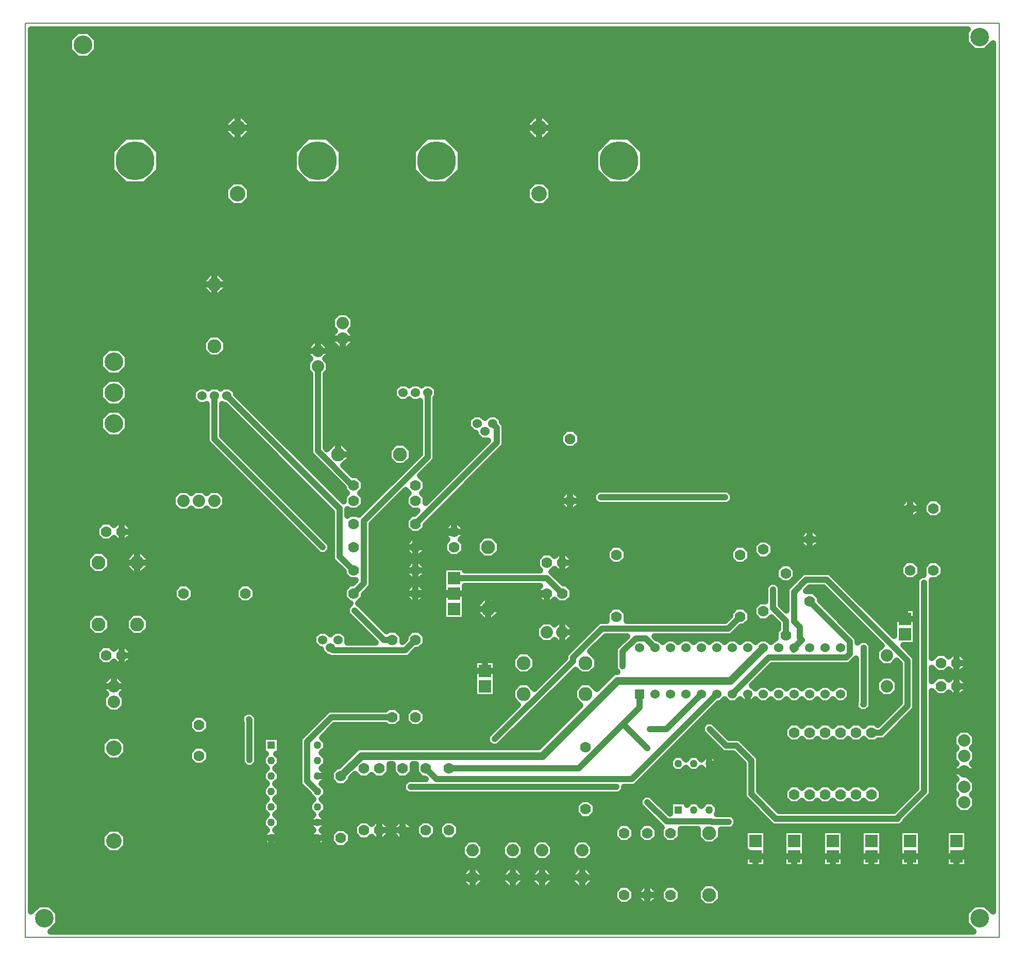
<source format=gbr>
G04 PROTEUS GERBER X2 FILE*
%TF.GenerationSoftware,Labcenter,Proteus,8.15-SP1-Build34318*%
%TF.CreationDate,2023-09-22T11:00:43+00:00*%
%TF.FileFunction,Copper,L1,Top*%
%TF.FilePolarity,Positive*%
%TF.Part,Single*%
%TF.SameCoordinates,{daf6ecdc-d2ef-474e-a7a4-287faf42d1bd}*%
%FSLAX45Y45*%
%MOMM*%
G01*
%TA.AperFunction,Conductor*%
%ADD10C,1.016000*%
%ADD11C,1.270000*%
%TA.AperFunction,ViaPad*%
%ADD12C,0.762000*%
%TA.AperFunction,ComponentPad*%
%ADD13R,1.524000X1.524000*%
%ADD14C,1.524000*%
%TA.AperFunction,ComponentPad*%
%ADD15C,1.778000*%
%ADD16R,2.032000X2.032000*%
%ADD17C,2.032000*%
%ADD18C,2.286000*%
%TA.AperFunction,ComponentPad*%
%ADD19R,1.270000X1.270000*%
%ADD70C,1.270000*%
%TA.AperFunction,ComponentPad*%
%ADD71C,2.540000*%
%TA.AperFunction,ComponentPad*%
%ADD20C,3.048000*%
%TA.AperFunction,ComponentPad*%
%ADD21C,6.350000*%
%TA.AperFunction,OtherPad,Unknown*%
%ADD22C,3.048000*%
%TA.AperFunction,Profile*%
%ADD23C,0.203200*%
%TD.AperFunction*%
%TA.AperFunction,Conductor*%
G36*
X+3073401Y+5936689D02*
X+3073401Y+5747311D01*
X+3207311Y+5613401D01*
X+3396689Y+5613401D01*
X+3520440Y+5737152D01*
X+3520440Y-8531152D01*
X+3396689Y-8407401D01*
X+3207311Y-8407401D01*
X+3073401Y-8541311D01*
X+3073401Y-8730689D01*
X+3197152Y-8854440D01*
X-11960152Y-8854440D01*
X-11836401Y-8730689D01*
X-11836401Y-8541311D01*
X-11970311Y-8407401D01*
X-12159689Y-8407401D01*
X-12283440Y-8531152D01*
X-12283440Y+5969000D01*
X+3105712Y+5969000D01*
X+3073401Y+5936689D01*
G37*
%TD.AperFunction*%
%LPC*%
G36*
X+880665Y-2987545D02*
X+1892413Y-3999293D01*
X+1892413Y-3543413D01*
X+2248011Y-3543413D01*
X+2248011Y-4153011D01*
X+2046131Y-4153011D01*
X+2245591Y-4352471D01*
X+2245591Y-5200914D01*
X+1731506Y-5714999D01*
X+1630486Y-5714999D01*
X+1592386Y-5753099D01*
X+1455614Y-5753099D01*
X+1397000Y-5694485D01*
X+1338386Y-5753099D01*
X+1201614Y-5753099D01*
X+1143000Y-5694485D01*
X+1084386Y-5753099D01*
X+947614Y-5753099D01*
X+889000Y-5694485D01*
X+830386Y-5753099D01*
X+693614Y-5753099D01*
X+635000Y-5694485D01*
X+576386Y-5753099D01*
X+439614Y-5753099D01*
X+381000Y-5694485D01*
X+322386Y-5753099D01*
X+185614Y-5753099D01*
X+88901Y-5656386D01*
X+88901Y-5519614D01*
X+185614Y-5422901D01*
X+322386Y-5422901D01*
X+381000Y-5481515D01*
X+439614Y-5422901D01*
X+576386Y-5422901D01*
X+635000Y-5481515D01*
X+693614Y-5422901D01*
X+830386Y-5422901D01*
X+889000Y-5481515D01*
X+947614Y-5422901D01*
X+1084386Y-5422901D01*
X+1143000Y-5481515D01*
X+1201614Y-5422901D01*
X+1338386Y-5422901D01*
X+1397000Y-5481515D01*
X+1455614Y-5422901D01*
X+1592386Y-5422901D01*
X+1628393Y-5458908D01*
X+1991593Y-5095708D01*
X+1991593Y-4457677D01*
X+1940681Y-4406765D01*
X+1851647Y-4495799D01*
X+1704353Y-4495799D01*
X+1600201Y-4391647D01*
X+1600201Y-4244353D01*
X+1689235Y-4155319D01*
X+738261Y-3204345D01*
X+504321Y-3204345D01*
X+444765Y-3263901D01*
X+576386Y-3263901D01*
X+673099Y-3360614D01*
X+673099Y-3414497D01*
X+1296978Y-4038376D01*
X+1296978Y-4111418D01*
X+1344395Y-4064001D01*
X+1449605Y-4064001D01*
X+1523999Y-4138395D01*
X+1523999Y-5172230D01*
X+1443108Y-5253121D01*
X+1337900Y-5253121D01*
X+1263506Y-5178727D01*
X+1263506Y-5073519D01*
X+1270001Y-5067024D01*
X+1270001Y-4370601D01*
X+1162028Y-4478574D01*
X-107972Y-4478574D01*
X-437437Y-4808039D01*
X-381001Y-4864476D01*
X-317126Y-4800601D01*
X-190874Y-4800601D01*
X-127000Y-4864475D01*
X-63126Y-4800601D01*
X+63126Y-4800601D01*
X+127000Y-4864475D01*
X+190874Y-4800601D01*
X+317126Y-4800601D01*
X+381000Y-4864475D01*
X+444874Y-4800601D01*
X+571126Y-4800601D01*
X+635000Y-4864475D01*
X+698874Y-4800601D01*
X+825126Y-4800601D01*
X+889000Y-4864475D01*
X+952874Y-4800601D01*
X+1079126Y-4800601D01*
X+1168399Y-4889874D01*
X+1168399Y-5016126D01*
X+1079126Y-5105399D01*
X+952874Y-5105399D01*
X+889000Y-5041525D01*
X+825126Y-5105399D01*
X+698874Y-5105399D01*
X+635000Y-5041525D01*
X+571126Y-5105399D01*
X+444874Y-5105399D01*
X+381000Y-5041525D01*
X+317126Y-5105399D01*
X+190874Y-5105399D01*
X+127000Y-5041525D01*
X+63126Y-5105399D01*
X-63126Y-5105399D01*
X-127000Y-5041525D01*
X-190874Y-5105399D01*
X-317126Y-5105399D01*
X-381000Y-5041525D01*
X-444874Y-5105399D01*
X-571126Y-5105399D01*
X-635001Y-5041526D01*
X-698874Y-5105399D01*
X-825126Y-5105399D01*
X-889001Y-5041526D01*
X-952874Y-5105399D01*
X-988797Y-5105399D01*
X-2360397Y-6476999D01*
X-2540002Y-6476999D01*
X-2540002Y-6529604D01*
X-2619649Y-6609251D01*
X-6097099Y-6609251D01*
X-6171493Y-6534857D01*
X-6171493Y-6429647D01*
X-6097099Y-6355253D01*
X-5799966Y-6355253D01*
X-5813817Y-6341402D01*
X-5867700Y-6341402D01*
X-5964413Y-6244689D01*
X-5964413Y-6108699D01*
X-6015215Y-6108699D01*
X-6015215Y-6244689D01*
X-6111928Y-6341402D01*
X-6248700Y-6341402D01*
X-6345413Y-6244689D01*
X-6345413Y-6108699D01*
X-6396215Y-6108699D01*
X-6396215Y-6244689D01*
X-6492928Y-6341402D01*
X-6629700Y-6341402D01*
X-6688314Y-6282788D01*
X-6746928Y-6341402D01*
X-6883700Y-6341402D01*
X-6960275Y-6264828D01*
X-7031215Y-6335768D01*
X-7031215Y-6371689D01*
X-7127928Y-6468402D01*
X-7264700Y-6468402D01*
X-7361413Y-6371689D01*
X-7361413Y-6234917D01*
X-7264700Y-6138204D01*
X-7228779Y-6138204D01*
X-6919876Y-5829301D01*
X-3943566Y-5829301D01*
X-3255836Y-5141571D01*
X-3365499Y-5031907D01*
X-3365499Y-4874093D01*
X-3253907Y-4762501D01*
X-3096093Y-4762501D01*
X-2986430Y-4872165D01*
X-2707799Y-4593534D01*
X-2646545Y-4593534D01*
X-2688633Y-4551446D01*
X-2688633Y-4198775D01*
X-2492637Y-4002779D01*
X-2849073Y-4002779D01*
X-3100795Y-4254501D01*
X-3096093Y-4254501D01*
X-2984501Y-4366093D01*
X-2984501Y-4523907D01*
X-3096093Y-4635499D01*
X-3253907Y-4635499D01*
X-3337059Y-4552347D01*
X-4046069Y-5261357D01*
X-4050996Y-5261357D01*
X-4610867Y-5821228D01*
X-4716075Y-5821228D01*
X-4790469Y-5746834D01*
X-4790469Y-5641626D01*
X-4281125Y-5132282D01*
X-4381499Y-5031907D01*
X-4381499Y-4874093D01*
X-4269907Y-4762501D01*
X-4112093Y-4762501D01*
X-4009255Y-4865339D01*
X-3504687Y-4360771D01*
X-3504687Y-4299189D01*
X-2954279Y-3748781D01*
X-2832099Y-3748781D01*
X-2832099Y-3614614D01*
X-2735386Y-3517901D01*
X-2598614Y-3517901D01*
X-2501901Y-3614614D01*
X-2501901Y-3748781D01*
X-880383Y-3748781D01*
X-800099Y-3668497D01*
X-800099Y-3614614D01*
X-703386Y-3517901D01*
X-566614Y-3517901D01*
X-469901Y-3614614D01*
X-469901Y-3751386D01*
X-566614Y-3848099D01*
X-620497Y-3848099D01*
X-775177Y-4002779D01*
X-2040619Y-4002779D01*
X-2004797Y-4038601D01*
X-1968874Y-4038601D01*
X-1905000Y-4102475D01*
X-1841126Y-4038601D01*
X-1714874Y-4038601D01*
X-1651000Y-4102475D01*
X-1587126Y-4038601D01*
X-1460874Y-4038601D01*
X-1397000Y-4102475D01*
X-1333126Y-4038601D01*
X-1206874Y-4038601D01*
X-1143000Y-4102475D01*
X-1079126Y-4038601D01*
X-952874Y-4038601D01*
X-889000Y-4102475D01*
X-825126Y-4038601D01*
X-698874Y-4038601D01*
X-635000Y-4102475D01*
X-571126Y-4038601D01*
X-444874Y-4038601D01*
X-381001Y-4102476D01*
X-317126Y-4038601D01*
X-190874Y-4038601D01*
X-127000Y-4102475D01*
X-63126Y-4038601D01*
X-49148Y-4038601D01*
X-49148Y-3919415D01*
X-11048Y-3881315D01*
X-11048Y-3803259D01*
X-120362Y-3693946D01*
X-185614Y-3759198D01*
X-322386Y-3759198D01*
X-419099Y-3662485D01*
X-419099Y-3525713D01*
X-322386Y-3429000D01*
X-220013Y-3429000D01*
X-220013Y-3181424D01*
X-145619Y-3107030D01*
X-40409Y-3107030D01*
X+33985Y-3181424D01*
X+33985Y-3489088D01*
X+127001Y-3582104D01*
X+127001Y-3222461D01*
X+399115Y-2950347D01*
X+843467Y-2950347D01*
X+880665Y-2987545D01*
G37*
G36*
X+1689099Y-6535614D02*
X+1689099Y-6672386D01*
X+1592386Y-6769099D01*
X+1455614Y-6769099D01*
X+1397000Y-6710485D01*
X+1338386Y-6769099D01*
X+1201614Y-6769099D01*
X+1143000Y-6710485D01*
X+1084386Y-6769099D01*
X+947614Y-6769099D01*
X+889000Y-6710485D01*
X+830386Y-6769099D01*
X+693614Y-6769099D01*
X+635000Y-6710485D01*
X+576386Y-6769099D01*
X+439614Y-6769099D01*
X+381000Y-6710485D01*
X+322386Y-6769099D01*
X+185614Y-6769099D01*
X+88901Y-6672386D01*
X+88901Y-6535614D01*
X+185614Y-6438901D01*
X+322386Y-6438901D01*
X+381000Y-6497515D01*
X+439614Y-6438901D01*
X+576386Y-6438901D01*
X+635000Y-6497515D01*
X+693614Y-6438901D01*
X+830386Y-6438901D01*
X+889000Y-6497515D01*
X+947614Y-6438901D01*
X+1084386Y-6438901D01*
X+1143000Y-6497515D01*
X+1201614Y-6438901D01*
X+1338386Y-6438901D01*
X+1397000Y-6497515D01*
X+1455614Y-6438901D01*
X+1592386Y-6438901D01*
X+1689099Y-6535614D01*
G37*
G36*
X+1704353Y-4648201D02*
X+1851647Y-4648201D01*
X+1955799Y-4752353D01*
X+1955799Y-4899647D01*
X+1851647Y-5003799D01*
X+1704353Y-5003799D01*
X+1600201Y-4899647D01*
X+1600201Y-4752353D01*
X+1704353Y-4648201D01*
G37*
G36*
X+1066799Y-7543799D02*
X+1066799Y-7797799D01*
X+711201Y-7797799D01*
X+711201Y-7188201D01*
X+1066799Y-7188201D01*
X+1066799Y-7543799D01*
G37*
G36*
X-203201Y-7543799D02*
X-203201Y-7797799D01*
X-558799Y-7797799D01*
X-558799Y-7188201D01*
X-203201Y-7188201D01*
X-203201Y-7543799D01*
G37*
G36*
X+2336799Y-7543799D02*
X+2336799Y-7797799D01*
X+1981201Y-7797799D01*
X+1981201Y-7188201D01*
X+2336799Y-7188201D01*
X+2336799Y-7543799D01*
G37*
G36*
X+1701799Y-7543799D02*
X+1701799Y-7797799D01*
X+1346201Y-7797799D01*
X+1346201Y-7188201D01*
X+1701799Y-7188201D01*
X+1701799Y-7543799D01*
G37*
G36*
X+431799Y-7543799D02*
X+431799Y-7797799D01*
X+76201Y-7797799D01*
X+76201Y-7188201D01*
X+431799Y-7188201D01*
X+431799Y-7543799D01*
G37*
G36*
X-566614Y-2832099D02*
X-703386Y-2832099D01*
X-800099Y-2735386D01*
X-800099Y-2598614D01*
X-703386Y-2501901D01*
X-566614Y-2501901D01*
X-469901Y-2598614D01*
X-469901Y-2735386D01*
X-566614Y-2832099D01*
G37*
G36*
X-185614Y-2743198D02*
X-322386Y-2743198D01*
X-419099Y-2646485D01*
X-419099Y-2509713D01*
X-322386Y-2413000D01*
X-185614Y-2413000D01*
X-88901Y-2509713D01*
X-88901Y-2646485D01*
X-185614Y-2743198D01*
G37*
G36*
X-3106614Y-7010398D02*
X-3243386Y-7010398D01*
X-3340099Y-6913685D01*
X-3340099Y-6776913D01*
X-3243386Y-6680200D01*
X-3106614Y-6680200D01*
X-3009901Y-6776913D01*
X-3009901Y-6913685D01*
X-3106614Y-7010398D01*
G37*
G36*
X-4648201Y-4749799D02*
X-4648201Y-5003799D01*
X-5003799Y-5003799D01*
X-5003799Y-4394201D01*
X-4648201Y-4394201D01*
X-4648201Y-4749799D01*
G37*
G36*
X-3390901Y-2725614D02*
X-3390901Y-2862386D01*
X-3487614Y-2959099D01*
X-3624386Y-2959099D01*
X-3683000Y-2900485D01*
X-3730457Y-2947942D01*
X-3541498Y-3136901D01*
X-3487614Y-3136901D01*
X-3390901Y-3233614D01*
X-3390901Y-3370386D01*
X-3487614Y-3467099D01*
X-3624386Y-3467099D01*
X-3683000Y-3408485D01*
X-3741614Y-3467099D01*
X-3878386Y-3467099D01*
X-3975099Y-3370386D01*
X-3975099Y-3233614D01*
X-3916484Y-3174999D01*
X-5156201Y-3174999D01*
X-5156201Y-3733799D01*
X-5511799Y-3733799D01*
X-5511799Y-2870201D01*
X-5156201Y-2870201D01*
X-5156201Y-2921001D01*
X-3916484Y-2921001D01*
X-3975099Y-2862386D01*
X-3975099Y-2725614D01*
X-3878386Y-2628901D01*
X-3741614Y-2628901D01*
X-3683000Y-2687515D01*
X-3624386Y-2628901D01*
X-3487614Y-2628901D01*
X-3390901Y-2725614D01*
G37*
G36*
X-4000501Y-4366093D02*
X-4000501Y-4523907D01*
X-4112093Y-4635499D01*
X-4269907Y-4635499D01*
X-4381499Y-4523907D01*
X-4381499Y-4366093D01*
X-4269907Y-4254501D01*
X-4112093Y-4254501D01*
X-4000501Y-4366093D01*
G37*
G36*
X-3378201Y-3863353D02*
X-3378201Y-4010647D01*
X-3482353Y-4114799D01*
X-3629647Y-4114799D01*
X-3683000Y-4061446D01*
X-3736353Y-4114799D01*
X-3883647Y-4114799D01*
X-3987799Y-4010647D01*
X-3987799Y-3863353D01*
X-3883647Y-3759201D01*
X-3736353Y-3759201D01*
X-3683000Y-3812554D01*
X-3629647Y-3759201D01*
X-3482353Y-3759201D01*
X-3378201Y-3863353D01*
G37*
G36*
X-2735386Y-2501901D02*
X-2598614Y-2501901D01*
X-2501901Y-2598614D01*
X-2501901Y-2735386D01*
X-2598614Y-2832099D01*
X-2735386Y-2832099D01*
X-2832099Y-2735386D01*
X-2832099Y-2598614D01*
X-2735386Y-2501901D01*
G37*
G36*
X-1790699Y-6919699D02*
X-1790699Y-6718301D01*
X-1511301Y-6718301D01*
X-1511301Y-6774737D01*
X-1454865Y-6718301D01*
X-1339135Y-6718301D01*
X-1270000Y-6787436D01*
X-1200865Y-6718301D01*
X-1085135Y-6718301D01*
X-1003301Y-6800135D01*
X-1003301Y-6915865D01*
X-1012274Y-6924838D01*
X-766355Y-6924838D01*
X-691961Y-6999232D01*
X-691961Y-7104442D01*
X-766355Y-7178836D01*
X-952501Y-7178836D01*
X-952501Y-7317907D01*
X-1064093Y-7429499D01*
X-1221907Y-7429499D01*
X-1333499Y-7317907D01*
X-1333499Y-7175571D01*
X-1612901Y-7175571D01*
X-1612901Y-7307386D01*
X-1709614Y-7404099D01*
X-1846386Y-7404099D01*
X-1943099Y-7307386D01*
X-1943099Y-7170614D01*
X-1921044Y-7148559D01*
X-1931229Y-7138373D01*
X-2285998Y-6783604D01*
X-2285998Y-6678396D01*
X-2211604Y-6604002D01*
X-2106396Y-6604002D01*
X-1790699Y-6919699D01*
G37*
G36*
X-1846386Y-8089901D02*
X-1709614Y-8089901D01*
X-1612901Y-8186614D01*
X-1612901Y-8323386D01*
X-1709614Y-8420099D01*
X-1846386Y-8420099D01*
X-1943099Y-8323386D01*
X-1943099Y-8186614D01*
X-1846386Y-8089901D01*
G37*
G36*
X-1064093Y-8445499D02*
X-1221907Y-8445499D01*
X-1333499Y-8333907D01*
X-1333499Y-8176093D01*
X-1221907Y-8064501D01*
X-1064093Y-8064501D01*
X-952501Y-8176093D01*
X-952501Y-8333907D01*
X-1064093Y-8445499D01*
G37*
G36*
X-1003301Y-6038135D02*
X-1003301Y-6153865D01*
X-1085135Y-6235699D01*
X-1200865Y-6235699D01*
X-1270000Y-6166564D01*
X-1339135Y-6235699D01*
X-1454865Y-6235699D01*
X-1524000Y-6166564D01*
X-1593135Y-6235699D01*
X-1708865Y-6235699D01*
X-1790699Y-6153865D01*
X-1790699Y-6038135D01*
X-1708865Y-5956301D01*
X-1593135Y-5956301D01*
X-1524000Y-6025436D01*
X-1454865Y-5956301D01*
X-1339135Y-5956301D01*
X-1270000Y-6025436D01*
X-1200865Y-5956301D01*
X-1085135Y-5956301D01*
X-1003301Y-6038135D01*
G37*
G36*
X-11125199Y-7450168D02*
X-11125199Y-7281832D01*
X-11006168Y-7162801D01*
X-10837832Y-7162801D01*
X-10718801Y-7281832D01*
X-10718801Y-7450168D01*
X-10837832Y-7569199D01*
X-11006168Y-7569199D01*
X-11125199Y-7450168D01*
G37*
G36*
X-11125199Y-5926168D02*
X-11125199Y-5757832D01*
X-11006168Y-5638801D01*
X-10837832Y-5638801D01*
X-10718801Y-5757832D01*
X-10718801Y-5926168D01*
X-10837832Y-6045199D01*
X-11006168Y-6045199D01*
X-11125199Y-5926168D01*
G37*
G36*
X-8199615Y-5935002D02*
X-8256051Y-5935002D01*
X-8199615Y-5991438D01*
X-8199615Y-6107168D01*
X-8268750Y-6176303D01*
X-8199615Y-6245438D01*
X-8199615Y-6361168D01*
X-8268750Y-6430303D01*
X-8199615Y-6499438D01*
X-8199615Y-6615168D01*
X-8268750Y-6684303D01*
X-8199615Y-6753438D01*
X-8199615Y-6869168D01*
X-8268750Y-6938303D01*
X-8199615Y-7007438D01*
X-8199615Y-7123168D01*
X-8268750Y-7192303D01*
X-8199615Y-7261438D01*
X-8199615Y-7377168D01*
X-8281449Y-7459002D01*
X-8397179Y-7459002D01*
X-8479013Y-7377168D01*
X-8479013Y-7261438D01*
X-8409878Y-7192303D01*
X-8479013Y-7123168D01*
X-8479013Y-7007438D01*
X-8409878Y-6938303D01*
X-8479013Y-6869168D01*
X-8479013Y-6753438D01*
X-8409878Y-6684303D01*
X-8479013Y-6615168D01*
X-8479013Y-6499438D01*
X-8409878Y-6430303D01*
X-8479013Y-6361168D01*
X-8479013Y-6245438D01*
X-8409878Y-6176303D01*
X-8479013Y-6107168D01*
X-8479013Y-5991438D01*
X-8422577Y-5935002D01*
X-8479013Y-5935002D01*
X-8479013Y-5655604D01*
X-8199615Y-5655604D01*
X-8199615Y-5935002D01*
G37*
G36*
X-6184901Y-5265614D02*
X-6184901Y-5402386D01*
X-6281614Y-5499099D01*
X-6418386Y-5499099D01*
X-6456486Y-5460999D01*
X-7296933Y-5460999D01*
X-7505494Y-5669560D01*
X-7437615Y-5737438D01*
X-7437615Y-5853168D01*
X-7506750Y-5922303D01*
X-7437615Y-5991438D01*
X-7437615Y-6107168D01*
X-7506750Y-6176303D01*
X-7437615Y-6245438D01*
X-7437615Y-6361168D01*
X-7506750Y-6430303D01*
X-7437615Y-6499438D01*
X-7437615Y-6615168D01*
X-7506750Y-6684303D01*
X-7437615Y-6753438D01*
X-7437615Y-6869168D01*
X-7506750Y-6938303D01*
X-7437615Y-7007438D01*
X-7437615Y-7123168D01*
X-7506750Y-7192303D01*
X-7437615Y-7261438D01*
X-7437615Y-7377168D01*
X-7519449Y-7459002D01*
X-7635179Y-7459002D01*
X-7717013Y-7377168D01*
X-7717013Y-7261438D01*
X-7647878Y-7192303D01*
X-7717013Y-7123168D01*
X-7717013Y-7007438D01*
X-7647878Y-6938303D01*
X-7717013Y-6869168D01*
X-7717013Y-6753438D01*
X-7647878Y-6684303D01*
X-7717013Y-6615168D01*
X-7717013Y-6597206D01*
X-7873999Y-6440220D01*
X-7873999Y-5678861D01*
X-7402139Y-5207001D01*
X-6456486Y-5207001D01*
X-6418386Y-5168901D01*
X-6281614Y-5168901D01*
X-6184901Y-5265614D01*
G37*
G36*
X-10629901Y-4249614D02*
X-10629901Y-4386386D01*
X-10726614Y-4483099D01*
X-10863386Y-4483099D01*
X-10922000Y-4424485D01*
X-10980614Y-4483099D01*
X-11117386Y-4483099D01*
X-11214099Y-4386386D01*
X-11214099Y-4249614D01*
X-11117386Y-4152901D01*
X-10980614Y-4152901D01*
X-10922000Y-4211515D01*
X-10863386Y-4152901D01*
X-10726614Y-4152901D01*
X-10629901Y-4249614D01*
G37*
G36*
X-10462093Y-2984499D02*
X-10619907Y-2984499D01*
X-10731499Y-2872907D01*
X-10731499Y-2715093D01*
X-10619907Y-2603501D01*
X-10462093Y-2603501D01*
X-10350501Y-2715093D01*
X-10350501Y-2872907D01*
X-10462093Y-2984499D01*
G37*
G36*
X-10462093Y-4000499D02*
X-10619907Y-4000499D01*
X-10731499Y-3888907D01*
X-10731499Y-3731093D01*
X-10619907Y-3619501D01*
X-10462093Y-3619501D01*
X-10350501Y-3731093D01*
X-10350501Y-3888907D01*
X-10462093Y-4000499D01*
G37*
G36*
X-11254907Y-3619501D02*
X-11097093Y-3619501D01*
X-10985501Y-3731093D01*
X-10985501Y-3888907D01*
X-11097093Y-4000499D01*
X-11254907Y-4000499D01*
X-11366499Y-3888907D01*
X-11366499Y-3731093D01*
X-11254907Y-3619501D01*
G37*
G36*
X-11254907Y-2603501D02*
X-11097093Y-2603501D01*
X-10985501Y-2715093D01*
X-10985501Y-2872907D01*
X-11097093Y-2984499D01*
X-11254907Y-2984499D01*
X-11366499Y-2872907D01*
X-11366499Y-2715093D01*
X-11254907Y-2603501D01*
G37*
G36*
X-5168901Y-2217614D02*
X-5168901Y-2354386D01*
X-5227515Y-2413000D01*
X-5168901Y-2471614D01*
X-5168901Y-2608386D01*
X-5265614Y-2705099D01*
X-5402386Y-2705099D01*
X-5499099Y-2608386D01*
X-5499099Y-2471614D01*
X-5440485Y-2413000D01*
X-5499099Y-2354386D01*
X-5499099Y-2217614D01*
X-5402386Y-2120901D01*
X-5265614Y-2120901D01*
X-5168901Y-2217614D01*
G37*
G36*
X-4854106Y-3365501D02*
X-4696292Y-3365501D01*
X-4584700Y-3477093D01*
X-4584700Y-3634907D01*
X-4696292Y-3746499D01*
X-4854106Y-3746499D01*
X-4965698Y-3634907D01*
X-4965698Y-3477093D01*
X-4854106Y-3365501D01*
G37*
G36*
X-4854106Y-2349501D02*
X-4696292Y-2349501D01*
X-4584700Y-2461093D01*
X-4584700Y-2618907D01*
X-4696292Y-2730499D01*
X-4854106Y-2730499D01*
X-4965698Y-2618907D01*
X-4965698Y-2461093D01*
X-4854106Y-2349501D01*
G37*
G36*
X-7395164Y+755684D02*
X-7395164Y+608390D01*
X-7448517Y+555037D01*
X-7395164Y+501684D01*
X-7395164Y+354390D01*
X-7445964Y+303590D01*
X-7445964Y-905763D01*
X-7422067Y-929661D01*
X-7317907Y-825501D01*
X-7160093Y-825501D01*
X-7048501Y-937093D01*
X-7048501Y-1094907D01*
X-7152661Y-1199067D01*
X-6992826Y-1358901D01*
X-6916614Y-1358901D01*
X-6819901Y-1455614D01*
X-6819901Y-1592386D01*
X-6878515Y-1651000D01*
X-6819901Y-1709614D01*
X-6819901Y-1846386D01*
X-6916614Y-1943099D01*
X-7053386Y-1943099D01*
X-7082601Y-1913884D01*
X-7082601Y-2023116D01*
X-7053386Y-1993901D01*
X-6916614Y-1993901D01*
X-6898740Y-2011775D01*
X-5892799Y-1005834D01*
X-5892799Y-139324D01*
X-5905874Y-152399D01*
X-6032126Y-152399D01*
X-6070600Y-113925D01*
X-6109074Y-152399D01*
X-6235326Y-152399D01*
X-6324599Y-63126D01*
X-6324599Y+63126D01*
X-6235326Y+152399D01*
X-6109074Y+152399D01*
X-6070600Y+113925D01*
X-6032126Y+152399D01*
X-5905874Y+152399D01*
X-5867400Y+113925D01*
X-5828926Y+152399D01*
X-5702674Y+152399D01*
X-5613401Y+63126D01*
X-5613401Y-63126D01*
X-5638801Y-88526D01*
X-5638801Y-1111040D01*
X-5893638Y-1365877D01*
X-5803901Y-1455614D01*
X-5803901Y-1592386D01*
X-5862515Y-1651000D01*
X-5803901Y-1709614D01*
X-5803901Y-1814299D01*
X-4777001Y-787399D01*
X-4889126Y-787399D01*
X-4978399Y-698126D01*
X-4978399Y-660399D01*
X-5016126Y-660399D01*
X-5105399Y-571126D01*
X-5105399Y-444874D01*
X-5016126Y-355601D01*
X-4889874Y-355601D01*
X-4826001Y-419476D01*
X-4762126Y-355601D01*
X-4635874Y-355601D01*
X-4546601Y-444874D01*
X-4546601Y-480797D01*
X-4504892Y-522506D01*
X-4504892Y-874494D01*
X-5803901Y-2173503D01*
X-5803901Y-2227386D01*
X-5900614Y-2324099D01*
X-6037386Y-2324099D01*
X-6134099Y-2227386D01*
X-6134099Y-2090614D01*
X-6037386Y-1993901D01*
X-5983503Y-1993901D01*
X-5932701Y-1943099D01*
X-6037386Y-1943099D01*
X-6134099Y-1846386D01*
X-6134099Y-1709614D01*
X-6075485Y-1651000D01*
X-6127123Y-1599362D01*
X-6691019Y-2163258D01*
X-6691019Y-3187621D01*
X-6819901Y-3316503D01*
X-6819901Y-3370386D01*
X-6909353Y-3459838D01*
X-6877718Y-3491472D01*
X-6444338Y-3924853D01*
X-6418386Y-3898901D01*
X-6281614Y-3898901D01*
X-6184901Y-3995614D01*
X-6184901Y-4100299D01*
X-6134099Y-4049497D01*
X-6134099Y-3995614D01*
X-6037386Y-3898901D01*
X-5900614Y-3898901D01*
X-5803901Y-3995614D01*
X-5803901Y-4132386D01*
X-5900614Y-4229099D01*
X-5954497Y-4229099D01*
X-6082569Y-4357171D01*
X-7379431Y-4357171D01*
X-7393203Y-4343399D01*
X-7429126Y-4343399D01*
X-7518399Y-4254126D01*
X-7518399Y-4216399D01*
X-7556126Y-4216399D01*
X-7645399Y-4127126D01*
X-7645399Y-4000874D01*
X-7556126Y-3911601D01*
X-7429874Y-3911601D01*
X-7366000Y-3975475D01*
X-7302126Y-3911601D01*
X-7175874Y-3911601D01*
X-7086601Y-4000874D01*
X-7086601Y-4103175D01*
X-6625219Y-4103175D01*
X-7094517Y-3633877D01*
X-7094517Y-3528669D01*
X-7032947Y-3467099D01*
X-7053386Y-3467099D01*
X-7150099Y-3370386D01*
X-7150099Y-3233614D01*
X-7053386Y-3136901D01*
X-6999503Y-3136901D01*
X-6948701Y-3086099D01*
X-7053386Y-3086099D01*
X-7150099Y-2989386D01*
X-7150099Y-2935503D01*
X-7336599Y-2749003D01*
X-7336599Y-1961603D01*
X-9095003Y-203199D01*
X-9130925Y-203199D01*
X-9144001Y-190123D01*
X-9144001Y-709398D01*
X-7366002Y-2487396D01*
X-7366002Y-2592604D01*
X-7440396Y-2666998D01*
X-7545604Y-2666998D01*
X-9397997Y-814605D01*
X-9397997Y-762001D01*
X-9397998Y-190124D01*
X-9411073Y-203199D01*
X-9537325Y-203199D01*
X-9626598Y-113926D01*
X-9626598Y+12326D01*
X-9537325Y+101599D01*
X-9411073Y+101599D01*
X-9372599Y+63125D01*
X-9334125Y+101599D01*
X-9207873Y+101599D01*
X-9169399Y+63125D01*
X-9130925Y+101599D01*
X-9004673Y+101599D01*
X-8915400Y+12326D01*
X-8915400Y-23597D01*
X-7150099Y-1788898D01*
X-7150099Y-1709614D01*
X-7091485Y-1651000D01*
X-7150099Y-1592386D01*
X-7150099Y-1560832D01*
X-7699962Y-1010969D01*
X-7699962Y+303590D01*
X-7750762Y+354390D01*
X-7750762Y+501684D01*
X-7697409Y+555037D01*
X-7750762Y+608390D01*
X-7750762Y+755684D01*
X-7646610Y+859836D01*
X-7499316Y+859836D01*
X-7395164Y+755684D01*
G37*
G36*
X-10629901Y-2217614D02*
X-10629901Y-2354386D01*
X-10726614Y-2451099D01*
X-10863386Y-2451099D01*
X-10922000Y-2392485D01*
X-10980614Y-2451099D01*
X-11117386Y-2451099D01*
X-11214099Y-2354386D01*
X-11214099Y-2217614D01*
X-11117386Y-2120901D01*
X-10980614Y-2120901D01*
X-10922000Y-2179515D01*
X-10863386Y-2120901D01*
X-10726614Y-2120901D01*
X-10629901Y-2217614D01*
G37*
G36*
X-2227386Y-7073901D02*
X-2090614Y-7073901D01*
X-1993901Y-7170614D01*
X-1993901Y-7307386D01*
X-2090614Y-7404099D01*
X-2227386Y-7404099D01*
X-2324099Y-7307386D01*
X-2324099Y-7170614D01*
X-2227386Y-7073901D01*
G37*
G36*
X-2227386Y-8089901D02*
X-2090614Y-8089901D01*
X-1993901Y-8186614D01*
X-1993901Y-8323386D01*
X-2090614Y-8420099D01*
X-2227386Y-8420099D01*
X-2324099Y-8323386D01*
X-2324099Y-8186614D01*
X-2227386Y-8089901D01*
G37*
G36*
X-2471614Y-8420099D02*
X-2608386Y-8420099D01*
X-2705099Y-8323386D01*
X-2705099Y-8186614D01*
X-2608386Y-8089901D01*
X-2471614Y-8089901D01*
X-2374901Y-8186614D01*
X-2374901Y-8323386D01*
X-2471614Y-8420099D01*
G37*
G36*
X-2471614Y-7404099D02*
X-2608386Y-7404099D01*
X-2705099Y-7307386D01*
X-2705099Y-7170614D01*
X-2608386Y-7073901D01*
X-2471614Y-7073901D01*
X-2374901Y-7170614D01*
X-2374901Y-7307386D01*
X-2471614Y-7404099D01*
G37*
G36*
X+576386Y-2578099D02*
X+439614Y-2578099D01*
X+342901Y-2481386D01*
X+342901Y-2344614D01*
X+439614Y-2247901D01*
X+576386Y-2247901D01*
X+673099Y-2344614D01*
X+673099Y-2481386D01*
X+576386Y-2578099D01*
G37*
G36*
X+184337Y-3136900D02*
X+47565Y-3136900D01*
X-49148Y-3040187D01*
X-49148Y-2903415D01*
X+47565Y-2806702D01*
X+184337Y-2806702D01*
X+281050Y-2903415D01*
X+281050Y-3040187D01*
X+184337Y-3136900D01*
G37*
G36*
X-3299647Y-7794201D02*
X-3152353Y-7794201D01*
X-3048201Y-7898353D01*
X-3048201Y-8045647D01*
X-3152353Y-8149799D01*
X-3299647Y-8149799D01*
X-3403799Y-8045647D01*
X-3403799Y-7898353D01*
X-3299647Y-7794201D01*
G37*
G36*
X-3959647Y-7794201D02*
X-3812353Y-7794201D01*
X-3708201Y-7898353D01*
X-3708201Y-8045647D01*
X-3812353Y-8149799D01*
X-3959647Y-8149799D01*
X-4063799Y-8045647D01*
X-4063799Y-7898353D01*
X-3959647Y-7794201D01*
G37*
G36*
X-3299647Y-7344201D02*
X-3152353Y-7344201D01*
X-3048201Y-7448353D01*
X-3048201Y-7595647D01*
X-3152353Y-7699799D01*
X-3299647Y-7699799D01*
X-3403799Y-7595647D01*
X-3403799Y-7448353D01*
X-3299647Y-7344201D01*
G37*
G36*
X-3959647Y-7344201D02*
X-3812353Y-7344201D01*
X-3708201Y-7448353D01*
X-3708201Y-7595647D01*
X-3812353Y-7699799D01*
X-3959647Y-7699799D01*
X-4063799Y-7595647D01*
X-4063799Y-7448353D01*
X-3959647Y-7344201D01*
G37*
G36*
X+2227386Y-3086099D02*
X+2090614Y-3086099D01*
X+1993901Y-2989386D01*
X+1993901Y-2852614D01*
X+2090614Y-2755901D01*
X+2227386Y-2755901D01*
X+2324099Y-2852614D01*
X+2324099Y-2989386D01*
X+2227386Y-3086099D01*
G37*
G36*
X+2227386Y-2070099D02*
X+2090614Y-2070099D01*
X+1993901Y-1973386D01*
X+1993901Y-1836614D01*
X+2090614Y-1739901D01*
X+2227386Y-1739901D01*
X+2324099Y-1836614D01*
X+2324099Y-1973386D01*
X+2227386Y-2070099D01*
G37*
G36*
X+2471614Y-1739901D02*
X+2608386Y-1739901D01*
X+2705099Y-1836614D01*
X+2705099Y-1973386D01*
X+2608386Y-2070099D01*
X+2471614Y-2070099D01*
X+2374901Y-1973386D01*
X+2374901Y-1836614D01*
X+2471614Y-1739901D01*
G37*
G36*
X+2705099Y-2852614D02*
X+2705099Y-2989386D01*
X+2608386Y-3086099D01*
X+2514386Y-3086099D01*
X+2514386Y-4364129D01*
X+2598614Y-4279901D01*
X+2735386Y-4279901D01*
X+2794000Y-4338515D01*
X+2852614Y-4279901D01*
X+2989386Y-4279901D01*
X+3086099Y-4376614D01*
X+3086099Y-4513386D01*
X+2989386Y-4610099D01*
X+2852614Y-4610099D01*
X+2794000Y-4551485D01*
X+2735386Y-4610099D01*
X+2598614Y-4610099D01*
X+2514386Y-4525871D01*
X+2514386Y-4745129D01*
X+2598614Y-4660901D01*
X+2735386Y-4660901D01*
X+2794000Y-4719515D01*
X+2852614Y-4660901D01*
X+2989386Y-4660901D01*
X+3086099Y-4757614D01*
X+3086099Y-4894386D01*
X+2989386Y-4991099D01*
X+2852614Y-4991099D01*
X+2794000Y-4932485D01*
X+2735386Y-4991099D01*
X+2598614Y-4991099D01*
X+2514386Y-4906871D01*
X+2514386Y-6606136D01*
X+2083443Y-7037079D01*
X+2083443Y-7053155D01*
X+2009047Y-7127551D01*
X-99657Y-7127551D01*
X-577759Y-6649449D01*
X-577759Y-6098519D01*
X-746631Y-5929647D01*
X-918349Y-5929647D01*
X-1264631Y-5583365D01*
X-1264631Y-5478157D01*
X-1190237Y-5403763D01*
X-1085029Y-5403763D01*
X-813143Y-5675649D01*
X-641425Y-5675649D01*
X-323763Y-5993311D01*
X-323763Y-6544241D01*
X+5549Y-6873553D01*
X+1887765Y-6873553D01*
X+2260388Y-6500930D01*
X+2260388Y-3069390D01*
X+2334782Y-2994996D01*
X+2380511Y-2994996D01*
X+2374901Y-2989386D01*
X+2374901Y-2852614D01*
X+2471614Y-2755901D01*
X+2608386Y-2755901D01*
X+2705099Y-2852614D01*
G37*
G36*
X-11016689Y+736599D02*
X-10827311Y+736599D01*
X-10693401Y+602689D01*
X-10693401Y+413311D01*
X-10827311Y+279401D01*
X-11016689Y+279401D01*
X-11150599Y+413311D01*
X-11150599Y+602689D01*
X-11016689Y+736599D01*
G37*
G36*
X-11016689Y+228599D02*
X-10827311Y+228599D01*
X-10693401Y+94689D01*
X-10693401Y-94689D01*
X-10827311Y-228599D01*
X-11016689Y-228599D01*
X-11150599Y-94689D01*
X-11150599Y+94689D01*
X-11016689Y+228599D01*
G37*
G36*
X-11016689Y-279401D02*
X-10827311Y-279401D01*
X-10693401Y-413311D01*
X-10693401Y-602689D01*
X-10827311Y-736599D01*
X-11016689Y-736599D01*
X-11150599Y-602689D01*
X-11150599Y-413311D01*
X-11016689Y-279401D01*
G37*
G36*
X-9456614Y-6134099D02*
X-9593386Y-6134099D01*
X-9690099Y-6037386D01*
X-9690099Y-5900614D01*
X-9593386Y-5803901D01*
X-9456614Y-5803901D01*
X-9359901Y-5900614D01*
X-9359901Y-6037386D01*
X-9456614Y-6134099D01*
G37*
G36*
X-9456614Y-5626099D02*
X-9593386Y-5626099D01*
X-9690099Y-5529386D01*
X-9690099Y-5392614D01*
X-9593386Y-5295901D01*
X-9456614Y-5295901D01*
X-9359901Y-5392614D01*
X-9359901Y-5529386D01*
X-9456614Y-5626099D01*
G37*
G36*
X-9944099Y-3370386D02*
X-9944099Y-3233614D01*
X-9847386Y-3136901D01*
X-9710614Y-3136901D01*
X-9613901Y-3233614D01*
X-9613901Y-3370386D01*
X-9710614Y-3467099D01*
X-9847386Y-3467099D01*
X-9944099Y-3370386D01*
G37*
G36*
X-8928099Y-3370386D02*
X-8928099Y-3233614D01*
X-8831386Y-3136901D01*
X-8694614Y-3136901D01*
X-8597901Y-3233614D01*
X-8597901Y-3370386D01*
X-8694614Y-3467099D01*
X-8831386Y-3467099D01*
X-8928099Y-3370386D01*
G37*
G36*
X-9093201Y-1704353D02*
X-9093201Y-1851647D01*
X-9197353Y-1955799D01*
X-9344647Y-1955799D01*
X-9398000Y-1902446D01*
X-9451353Y-1955799D01*
X-9598647Y-1955799D01*
X-9652000Y-1902446D01*
X-9705353Y-1955799D01*
X-9852647Y-1955799D01*
X-9956799Y-1851647D01*
X-9956799Y-1704353D01*
X-9852647Y-1600201D01*
X-9705353Y-1600201D01*
X-9652000Y-1653554D01*
X-9598647Y-1600201D01*
X-9451353Y-1600201D01*
X-9398000Y-1653554D01*
X-9344647Y-1600201D01*
X-9197353Y-1600201D01*
X-9093201Y-1704353D01*
G37*
G36*
X-6396215Y-7123917D02*
X-6396215Y-7260689D01*
X-6492928Y-7357402D01*
X-6629700Y-7357402D01*
X-6688314Y-7298788D01*
X-6746928Y-7357402D01*
X-6883700Y-7357402D01*
X-6980413Y-7260689D01*
X-6980413Y-7123917D01*
X-6883700Y-7027204D01*
X-6746928Y-7027204D01*
X-6688314Y-7085818D01*
X-6629700Y-7027204D01*
X-6492928Y-7027204D01*
X-6396215Y-7123917D01*
G37*
G36*
X-5730928Y-7357402D02*
X-5867700Y-7357402D01*
X-5964413Y-7260689D01*
X-5964413Y-7123917D01*
X-5867700Y-7027204D01*
X-5730928Y-7027204D01*
X-5634215Y-7123917D01*
X-5634215Y-7260689D01*
X-5730928Y-7357402D01*
G37*
G36*
X-6248700Y-7027204D02*
X-6111928Y-7027204D01*
X-6015215Y-7123917D01*
X-6015215Y-7260689D01*
X-6111928Y-7357402D01*
X-6248700Y-7357402D01*
X-6345413Y-7260689D01*
X-6345413Y-7123917D01*
X-6248700Y-7027204D01*
G37*
G36*
X-5803901Y-2852614D02*
X-5803901Y-2989386D01*
X-5900614Y-3086099D01*
X-6037386Y-3086099D01*
X-6134099Y-2989386D01*
X-6134099Y-2852614D01*
X-6037386Y-2755901D01*
X-5900614Y-2755901D01*
X-5803901Y-2852614D01*
G37*
G36*
X-5803901Y-3233614D02*
X-5803901Y-3370386D01*
X-5900614Y-3467099D01*
X-6037386Y-3467099D01*
X-6134099Y-3370386D01*
X-6134099Y-3233614D01*
X-6037386Y-3136901D01*
X-5900614Y-3136901D01*
X-5803901Y-3233614D01*
G37*
G36*
X-3360614Y-1943099D02*
X-3497386Y-1943099D01*
X-3594099Y-1846386D01*
X-3594099Y-1709614D01*
X-3497386Y-1612901D01*
X-3360614Y-1612901D01*
X-3263901Y-1709614D01*
X-3263901Y-1846386D01*
X-3360614Y-1943099D01*
G37*
G36*
X-3360614Y-927099D02*
X-3497386Y-927099D01*
X-3594099Y-830386D01*
X-3594099Y-693614D01*
X-3497386Y-596901D01*
X-3360614Y-596901D01*
X-3263901Y-693614D01*
X-3263901Y-830386D01*
X-3360614Y-927099D01*
G37*
G36*
X-5803901Y-2471614D02*
X-5803901Y-2608386D01*
X-5900614Y-2705099D01*
X-6037386Y-2705099D01*
X-6134099Y-2608386D01*
X-6134099Y-2471614D01*
X-6037386Y-2374901D01*
X-5900614Y-2374901D01*
X-5803901Y-2471614D01*
G37*
G36*
X-9192093Y+1587501D02*
X-9349907Y+1587501D01*
X-9461499Y+1699093D01*
X-9461499Y+1856907D01*
X-9349907Y+1968499D01*
X-9192093Y+1968499D01*
X-9080501Y+1856907D01*
X-9080501Y+1699093D01*
X-9192093Y+1587501D01*
G37*
G36*
X-9192093Y+571501D02*
X-9349907Y+571501D01*
X-9461499Y+683093D01*
X-9461499Y+840907D01*
X-9349907Y+952499D01*
X-9192093Y+952499D01*
X-9080501Y+840907D01*
X-9080501Y+683093D01*
X-9192093Y+571501D01*
G37*
G36*
X-7264700Y-7154204D02*
X-7127928Y-7154204D01*
X-7031215Y-7250917D01*
X-7031215Y-7387689D01*
X-7127928Y-7484402D01*
X-7264700Y-7484402D01*
X-7361413Y-7387689D01*
X-7361413Y-7250917D01*
X-7264700Y-7154204D01*
G37*
G36*
X-5349928Y-7357402D02*
X-5486700Y-7357402D01*
X-5583413Y-7260689D01*
X-5583413Y-7123917D01*
X-5486700Y-7027204D01*
X-5349928Y-7027204D01*
X-5253215Y-7123917D01*
X-5253215Y-7260689D01*
X-5349928Y-7357402D01*
G37*
G36*
X-4442647Y-7794201D02*
X-4295353Y-7794201D01*
X-4191201Y-7898353D01*
X-4191201Y-8045647D01*
X-4295353Y-8149799D01*
X-4442647Y-8149799D01*
X-4546799Y-8045647D01*
X-4546799Y-7898353D01*
X-4442647Y-7794201D01*
G37*
G36*
X-5102647Y-7794201D02*
X-4955353Y-7794201D01*
X-4851201Y-7898353D01*
X-4851201Y-8045647D01*
X-4955353Y-8149799D01*
X-5102647Y-8149799D01*
X-5206799Y-8045647D01*
X-5206799Y-7898353D01*
X-5102647Y-7794201D01*
G37*
G36*
X-4442647Y-7344201D02*
X-4295353Y-7344201D01*
X-4191201Y-7448353D01*
X-4191201Y-7595647D01*
X-4295353Y-7699799D01*
X-4442647Y-7699799D01*
X-4546799Y-7595647D01*
X-4546799Y-7448353D01*
X-4442647Y-7344201D01*
G37*
G36*
X-5102647Y-7344201D02*
X-4955353Y-7344201D01*
X-4851201Y-7448353D01*
X-4851201Y-7595647D01*
X-4955353Y-7699799D01*
X-5102647Y-7699799D01*
X-5206799Y-7595647D01*
X-5206799Y-7448353D01*
X-5102647Y-7344201D01*
G37*
G36*
X-5900614Y-5499099D02*
X-6037386Y-5499099D01*
X-6134099Y-5402386D01*
X-6134099Y-5265614D01*
X-6037386Y-5168901D01*
X-5900614Y-5168901D01*
X-5803901Y-5265614D01*
X-5803901Y-5402386D01*
X-5900614Y-5499099D01*
G37*
G36*
X-8974168Y+4556759D02*
X-8805832Y+4556759D01*
X-8686801Y+4437728D01*
X-8686801Y+4269392D01*
X-8805832Y+4150361D01*
X-8974168Y+4150361D01*
X-9093199Y+4269392D01*
X-9093199Y+4437728D01*
X-8974168Y+4556759D01*
G37*
G36*
X-8974168Y+3469639D02*
X-8805832Y+3469639D01*
X-8686801Y+3350608D01*
X-8686801Y+3182272D01*
X-8805832Y+3063241D01*
X-8974168Y+3063241D01*
X-9093199Y+3182272D01*
X-9093199Y+3350608D01*
X-8974168Y+3469639D01*
G37*
G36*
X-7739895Y+4203699D02*
X-7413745Y+4203699D01*
X-7183121Y+3973075D01*
X-7183121Y+3646925D01*
X-7413745Y+3416301D01*
X-7739895Y+3416301D01*
X-7970519Y+3646925D01*
X-7970519Y+3973075D01*
X-7739895Y+4203699D01*
G37*
G36*
X-10737095Y+4203699D02*
X-10410945Y+4203699D01*
X-10180321Y+3973075D01*
X-10180321Y+3646925D01*
X-10410945Y+3416301D01*
X-10737095Y+3416301D01*
X-10967719Y+3646925D01*
X-10967719Y+3973075D01*
X-10737095Y+4203699D01*
G37*
G36*
X-4021168Y+4556759D02*
X-3852832Y+4556759D01*
X-3733801Y+4437728D01*
X-3733801Y+4269392D01*
X-3852832Y+4150361D01*
X-4021168Y+4150361D01*
X-4140199Y+4269392D01*
X-4140199Y+4437728D01*
X-4021168Y+4556759D01*
G37*
G36*
X-4021168Y+3469639D02*
X-3852832Y+3469639D01*
X-3733801Y+3350608D01*
X-3733801Y+3182272D01*
X-3852832Y+3063241D01*
X-4021168Y+3063241D01*
X-4140199Y+3182272D01*
X-4140199Y+3350608D01*
X-4021168Y+3469639D01*
G37*
G36*
X-2786895Y+4203699D02*
X-2460745Y+4203699D01*
X-2230121Y+3973075D01*
X-2230121Y+3646925D01*
X-2460745Y+3416301D01*
X-2786895Y+3416301D01*
X-3017519Y+3646925D01*
X-3017519Y+3973075D01*
X-2786895Y+4203699D01*
G37*
G36*
X-5784095Y+4203699D02*
X-5457945Y+4203699D01*
X-5227321Y+3973075D01*
X-5227321Y+3646925D01*
X-5457945Y+3416301D01*
X-5784095Y+3416301D01*
X-6014719Y+3646925D01*
X-6014719Y+3973075D01*
X-5784095Y+4203699D01*
G37*
G36*
X-11658599Y+5620311D02*
X-11658599Y+5809689D01*
X-11524689Y+5943599D01*
X-11335311Y+5943599D01*
X-11201401Y+5809689D01*
X-11201401Y+5620311D01*
X-11335311Y+5486401D01*
X-11524689Y+5486401D01*
X-11658599Y+5620311D01*
G37*
G36*
X+3098799Y-7543799D02*
X+3098799Y-7797799D01*
X+2743201Y-7797799D01*
X+2743201Y-7188201D01*
X+3098799Y-7188201D01*
X+3098799Y-7543799D01*
G37*
G36*
X+3225799Y-5641353D02*
X+3225799Y-5788647D01*
X+3172446Y-5842000D01*
X+3225799Y-5895353D01*
X+3225799Y-6042647D01*
X+3172446Y-6096000D01*
X+3225799Y-6149353D01*
X+3225799Y-6296647D01*
X+3172446Y-6350000D01*
X+3225799Y-6403353D01*
X+3225799Y-6550647D01*
X+3172446Y-6604000D01*
X+3225799Y-6657353D01*
X+3225799Y-6804647D01*
X+3121647Y-6908799D01*
X+2974353Y-6908799D01*
X+2870201Y-6804647D01*
X+2870201Y-6657353D01*
X+2923554Y-6604000D01*
X+2870201Y-6550647D01*
X+2870201Y-6403353D01*
X+2923554Y-6350000D01*
X+2870201Y-6296647D01*
X+2870201Y-6149353D01*
X+2923554Y-6096000D01*
X+2870201Y-6042647D01*
X+2870201Y-5895353D01*
X+2923554Y-5842000D01*
X+2870201Y-5788647D01*
X+2870201Y-5641353D01*
X+2974353Y-5537201D01*
X+3121647Y-5537201D01*
X+3225799Y-5641353D01*
G37*
G36*
X-6032501Y-937093D02*
X-6032501Y-1094907D01*
X-6144093Y-1206499D01*
X-6301907Y-1206499D01*
X-6413499Y-1094907D01*
X-6413499Y-937093D01*
X-6301907Y-825501D01*
X-6144093Y-825501D01*
X-6032501Y-937093D01*
G37*
G36*
X-6985000Y+1215899D02*
X-6985000Y+1068605D01*
X-7038353Y+1015252D01*
X-6985000Y+961899D01*
X-6985000Y+814605D01*
X-7089152Y+710453D01*
X-7236446Y+710453D01*
X-7340598Y+814605D01*
X-7340598Y+961899D01*
X-7287245Y+1015252D01*
X-7340598Y+1068605D01*
X-7340598Y+1215899D01*
X-7236446Y+1320051D01*
X-7089152Y+1320051D01*
X-6985000Y+1215899D01*
G37*
G36*
X-10744201Y-4752353D02*
X-10744201Y-4899647D01*
X-10797554Y-4953000D01*
X-10744201Y-5006353D01*
X-10744201Y-5153647D01*
X-10848353Y-5257799D01*
X-10995647Y-5257799D01*
X-11099799Y-5153647D01*
X-11099799Y-5006353D01*
X-11046446Y-4953000D01*
X-11099799Y-4899647D01*
X-11099799Y-4752353D01*
X-10995647Y-4648201D01*
X-10848353Y-4648201D01*
X-10744201Y-4752353D01*
G37*
G36*
X-8616231Y-5275557D02*
X-8568582Y-5323206D01*
X-8568582Y-5375810D01*
X-8568581Y-6086934D01*
X-8642975Y-6161328D01*
X-8748185Y-6161328D01*
X-8822579Y-6086934D01*
X-8822579Y-5428414D01*
X-8833030Y-5417962D01*
X-8833030Y-5312754D01*
X-8758636Y-5238360D01*
X-8653428Y-5238360D01*
X-8616231Y-5275557D01*
G37*
G36*
X-751921Y-1670612D02*
X-751921Y-1775822D01*
X-826315Y-1850216D01*
X-2972933Y-1850216D01*
X-3047327Y-1775822D01*
X-3047327Y-1670612D01*
X-2972933Y-1596218D01*
X-826315Y-1596218D01*
X-751921Y-1670612D01*
G37*
%LPD*%
D10*
X-8695580Y-6034329D02*
X-8695580Y-5375810D01*
X-8706032Y-5365358D01*
X-5799314Y-6176303D02*
X-5625617Y-6350000D01*
X-2413000Y-6350000D01*
X-1016000Y-4953000D01*
X-6044494Y-6482252D02*
X-2672252Y-6482252D01*
X-2667000Y-6477000D01*
X-2119842Y-5529752D02*
X-1846752Y-5529752D01*
X-1270000Y-4953000D01*
X-5334000Y-3048000D02*
X-3810000Y-3048000D01*
X-3556000Y-3302000D01*
X-878920Y-1723217D02*
X-2920328Y-1723217D01*
X-5969000Y-2159000D02*
X-4631891Y-821891D01*
X-4631891Y-575109D01*
X-4699000Y-508000D01*
D11*
X-8339314Y-7319303D02*
X-7577314Y-7319303D01*
X-5029000Y-7972000D02*
X-5400617Y-7972000D01*
X-6180314Y-7192303D01*
D10*
X-7577314Y-6557303D02*
X-7747000Y-6387617D01*
X-7747000Y-5731464D01*
X-7349536Y-5334000D01*
X-6350000Y-5334000D01*
X-5969000Y-4064000D02*
X-6135173Y-4230173D01*
X-7326827Y-4230173D01*
X-7366000Y-4191000D01*
D11*
X-5969000Y-3302000D02*
X-5334000Y-3302000D01*
X-3810000Y-3302000D02*
X-4521199Y-3302000D01*
X-4775199Y-3556000D01*
D10*
X+1397000Y-4191000D02*
X+1397000Y-5119627D01*
X+1390504Y-5126123D01*
X-762000Y-4953000D02*
X-160575Y-4351575D01*
X+1109425Y-4351575D01*
X+1169979Y-4291021D01*
X+1169979Y-4090979D01*
X+508000Y-3429000D01*
D11*
X-254000Y-4191000D02*
X-796233Y-4733233D01*
X-2649934Y-4733233D01*
X-3885701Y-5969000D01*
X-6862011Y-5969000D01*
X-7196314Y-6303303D01*
D10*
X+1524000Y-5588000D02*
X+1678903Y-5588000D01*
X+2118592Y-5148311D01*
X+2118592Y-4405074D01*
X+790864Y-3077346D01*
X+451718Y-3077346D01*
X+254000Y-3275064D01*
X+254000Y-3429000D01*
X+254000Y-3759970D01*
X+350695Y-3856665D01*
X+350695Y-4033695D01*
X+381000Y-4064000D01*
X+242456Y-4202544D01*
X+242456Y-4224640D01*
X+254000Y-4191000D01*
X-2561634Y-4498841D02*
X-2561634Y-4251378D01*
X-2346855Y-4036599D01*
X-2186401Y-4036599D01*
X-2032000Y-4191000D01*
X+2387387Y-3121995D02*
X+2387387Y-6553533D01*
X+1956444Y-6984476D01*
X+1956444Y-7000552D01*
X-47054Y-7000552D01*
X-450761Y-6596845D01*
X-450761Y-6045915D01*
X-694028Y-5802648D01*
X-865746Y-5802648D01*
X-1137633Y-5530761D01*
X-93014Y-3234029D02*
X-93014Y-3541691D01*
X+115951Y-3750656D01*
X+115951Y-3987801D01*
X-818960Y-7051837D02*
X-1102995Y-7051837D01*
X-1106260Y-7048572D01*
X-1841428Y-7048572D01*
X-2159000Y-6731000D01*
X-2159000Y-5842000D02*
X-2555718Y-5445282D01*
X-5418314Y-6176303D02*
X-3286740Y-6176303D01*
X-2555718Y-5445282D01*
X-2286000Y-5175563D01*
X-2286000Y-4953000D01*
X-4663471Y-5694230D02*
X-4103599Y-5134358D01*
X-4098672Y-5134358D01*
X-3377688Y-4413374D01*
X-3377688Y-4351792D01*
X-2901676Y-3875780D01*
X-827780Y-3875780D01*
X-635000Y-3683000D01*
X-381000Y-7620000D02*
X-439410Y-7620000D01*
X-567482Y-7491928D01*
X-567482Y-6671518D01*
X-1143000Y-6096000D01*
X+2070212Y-3721212D02*
X+1991102Y-3642102D01*
X+1991102Y-2072898D01*
X+2159000Y-1905000D01*
X+3048000Y-6223000D02*
X+3229623Y-6404623D01*
X+3229623Y-7375561D01*
X+2985184Y-7620000D01*
X+2921000Y-7620000D01*
X-5765800Y+0D02*
X-5765800Y-1058437D01*
X-6818017Y-2110654D01*
X-6818017Y-3135017D01*
X-6985000Y-3302000D01*
X-9067799Y-50800D02*
X-7209600Y-1908999D01*
X-7209600Y-2696400D01*
X-6985000Y-2921000D01*
X-9270999Y-50800D02*
X-9270999Y-762001D01*
X-7493000Y-2540000D01*
D11*
X-5969000Y-2540000D02*
X-5715000Y-2286000D01*
X-5334000Y-2286000D01*
D10*
X-7572963Y+428037D02*
X-7572963Y-958366D01*
X-7007329Y-1524000D01*
X-6985000Y-1524000D01*
X-6967519Y-3581273D02*
X-6484792Y-4064000D01*
X-6350000Y-4064000D01*
D12*
X-8695580Y-6034329D03*
X-8706032Y-5365358D03*
X-6044494Y-6482252D03*
X-2667000Y-6477000D03*
X-2119842Y-5529752D03*
X-878920Y-1723217D03*
X-2920328Y-1723217D03*
X+1397000Y-4191000D03*
X+1390504Y-5126123D03*
X-2561634Y-4498841D03*
X+2387387Y-3121995D03*
X-1137633Y-5530761D03*
X-93014Y-3234029D03*
X-818960Y-7051837D03*
X-2159000Y-6731000D03*
X-2159000Y-5842000D03*
X-4663471Y-5694230D03*
X-7493000Y-2540000D03*
X-6967519Y-3581273D03*
D10*
X+3073401Y+5936689D02*
X+3073401Y+5747311D01*
X+3207311Y+5613401D01*
X+3396689Y+5613401D01*
X+3520440Y+5737152D01*
X+3520440Y-8531152D01*
X+3396689Y-8407401D01*
X+3207311Y-8407401D01*
X+3073401Y-8541311D01*
X+3073401Y-8730689D01*
X+3197152Y-8854440D01*
X-11960152Y-8854440D01*
X-11836401Y-8730689D01*
X-11836401Y-8541311D01*
X-11970311Y-8407401D01*
X-12159689Y-8407401D01*
X-12283440Y-8531152D01*
X-12283440Y+5969000D01*
X+3105712Y+5969000D01*
X+3073401Y+5936689D01*
X+880665Y-2987545D02*
X+1892413Y-3999293D01*
X+1892413Y-3543413D01*
X+2248011Y-3543413D01*
X+2248011Y-4153011D01*
X+2046131Y-4153011D01*
X+2245591Y-4352471D01*
X+2245591Y-5200914D01*
X+1731506Y-5714999D01*
X+1630486Y-5714999D01*
X+1592386Y-5753099D01*
X+1455614Y-5753099D01*
X+1397000Y-5694485D01*
X+1338386Y-5753099D01*
X+1201614Y-5753099D01*
X+1143000Y-5694485D01*
X+1084386Y-5753099D01*
X+947614Y-5753099D01*
X+889000Y-5694485D01*
X+830386Y-5753099D01*
X+693614Y-5753099D01*
X+635000Y-5694485D01*
X+576386Y-5753099D01*
X+439614Y-5753099D01*
X+381000Y-5694485D01*
X+322386Y-5753099D01*
X+185614Y-5753099D01*
X+88901Y-5656386D01*
X+88901Y-5519614D01*
X+185614Y-5422901D01*
X+322386Y-5422901D01*
X+381000Y-5481515D01*
X+439614Y-5422901D01*
X+576386Y-5422901D01*
X+635000Y-5481515D01*
X+693614Y-5422901D01*
X+830386Y-5422901D01*
X+889000Y-5481515D01*
X+947614Y-5422901D01*
X+1084386Y-5422901D01*
X+1143000Y-5481515D01*
X+1201614Y-5422901D01*
X+1338386Y-5422901D01*
X+1397000Y-5481515D01*
X+1455614Y-5422901D01*
X+1592386Y-5422901D01*
X+1628393Y-5458908D01*
X+1991593Y-5095708D01*
X+1991593Y-4457677D01*
X+1940681Y-4406765D01*
X+1851647Y-4495799D01*
X+1704353Y-4495799D01*
X+1600201Y-4391647D01*
X+1600201Y-4244353D01*
X+1689235Y-4155319D01*
X+738261Y-3204345D01*
X+504321Y-3204345D01*
X+444765Y-3263901D01*
X+576386Y-3263901D01*
X+673099Y-3360614D01*
X+673099Y-3414497D01*
X+1296978Y-4038376D01*
X+1296978Y-4111418D01*
X+1344395Y-4064001D01*
X+1449605Y-4064001D01*
X+1523999Y-4138395D01*
X+1523999Y-5172230D01*
X+1443108Y-5253121D01*
X+1337900Y-5253121D01*
X+1263506Y-5178727D01*
X+1263506Y-5073519D01*
X+1270001Y-5067024D01*
X+1270001Y-4370601D01*
X+1162028Y-4478574D01*
X-107972Y-4478574D01*
X-437437Y-4808039D01*
X-381001Y-4864476D01*
X-317126Y-4800601D01*
X-190874Y-4800601D01*
X-127000Y-4864475D01*
X-63126Y-4800601D01*
X+63126Y-4800601D01*
X+127000Y-4864475D01*
X+190874Y-4800601D01*
X+317126Y-4800601D01*
X+381000Y-4864475D01*
X+444874Y-4800601D01*
X+571126Y-4800601D01*
X+635000Y-4864475D01*
X+698874Y-4800601D01*
X+825126Y-4800601D01*
X+889000Y-4864475D01*
X+952874Y-4800601D01*
X+1079126Y-4800601D01*
X+1168399Y-4889874D01*
X+1168399Y-5016126D01*
X+1079126Y-5105399D01*
X+952874Y-5105399D01*
X+889000Y-5041525D01*
X+825126Y-5105399D01*
X+698874Y-5105399D01*
X+635000Y-5041525D01*
X+571126Y-5105399D01*
X+444874Y-5105399D01*
X+381000Y-5041525D01*
X+317126Y-5105399D01*
X+190874Y-5105399D01*
X+127000Y-5041525D01*
X+63126Y-5105399D01*
X-63126Y-5105399D01*
X-127000Y-5041525D01*
X-190874Y-5105399D01*
X-317126Y-5105399D01*
X-381000Y-5041525D01*
X-444874Y-5105399D01*
X-571126Y-5105399D01*
X-635001Y-5041526D01*
X-698874Y-5105399D01*
X-825126Y-5105399D01*
X-889001Y-5041526D01*
X-952874Y-5105399D01*
X-988797Y-5105399D01*
X-2360397Y-6476999D01*
X-2540002Y-6476999D01*
X-2540002Y-6529604D01*
X-2619649Y-6609251D01*
X-6097099Y-6609251D01*
X-6171493Y-6534857D01*
X-6171493Y-6429647D01*
X-6097099Y-6355253D01*
X-5799966Y-6355253D01*
X-5813817Y-6341402D01*
X-5867700Y-6341402D01*
X-5964413Y-6244689D01*
X-5964413Y-6108699D01*
X-6015215Y-6108699D01*
X-6015215Y-6244689D01*
X-6111928Y-6341402D01*
X-6248700Y-6341402D01*
X-6345413Y-6244689D01*
X-6345413Y-6108699D01*
X-6396215Y-6108699D01*
X-6396215Y-6244689D01*
X-6492928Y-6341402D01*
X-6629700Y-6341402D01*
X-6688314Y-6282788D01*
X-6746928Y-6341402D01*
X-6883700Y-6341402D01*
X-6960275Y-6264828D01*
X-7031215Y-6335768D01*
X-7031215Y-6371689D01*
X-7127928Y-6468402D01*
X-7264700Y-6468402D01*
X-7361413Y-6371689D01*
X-7361413Y-6234917D01*
X-7264700Y-6138204D01*
X-7228779Y-6138204D01*
X-6919876Y-5829301D01*
X-3943566Y-5829301D01*
X-3255836Y-5141571D01*
X-3365499Y-5031907D01*
X-3365499Y-4874093D01*
X-3253907Y-4762501D01*
X-3096093Y-4762501D01*
X-2986430Y-4872165D01*
X-2707799Y-4593534D01*
X-2646545Y-4593534D01*
X-2688633Y-4551446D01*
X-2688633Y-4198775D01*
X-2492637Y-4002779D01*
X-2849073Y-4002779D01*
X-3100795Y-4254501D01*
X-3096093Y-4254501D01*
X-2984501Y-4366093D01*
X-2984501Y-4523907D01*
X-3096093Y-4635499D01*
X-3253907Y-4635499D01*
X-3337059Y-4552347D01*
X-4046069Y-5261357D01*
X-4050996Y-5261357D01*
X-4610867Y-5821228D01*
X-4716075Y-5821228D01*
X-4790469Y-5746834D01*
X-4790469Y-5641626D01*
X-4281125Y-5132282D01*
X-4381499Y-5031907D01*
X-4381499Y-4874093D01*
X-4269907Y-4762501D01*
X-4112093Y-4762501D01*
X-4009255Y-4865339D01*
X-3504687Y-4360771D01*
X-3504687Y-4299189D01*
X-2954279Y-3748781D01*
X-2832099Y-3748781D01*
X-2832099Y-3614614D01*
X-2735386Y-3517901D01*
X-2598614Y-3517901D01*
X-2501901Y-3614614D01*
X-2501901Y-3748781D01*
X-880383Y-3748781D01*
X-800099Y-3668497D01*
X-800099Y-3614614D01*
X-703386Y-3517901D01*
X-566614Y-3517901D01*
X-469901Y-3614614D01*
X-469901Y-3751386D01*
X-566614Y-3848099D01*
X-620497Y-3848099D01*
X-775177Y-4002779D01*
X-2040619Y-4002779D01*
X-2004797Y-4038601D01*
X-1968874Y-4038601D01*
X-1905000Y-4102475D01*
X-1841126Y-4038601D01*
X-1714874Y-4038601D01*
X-1651000Y-4102475D01*
X-1587126Y-4038601D01*
X-1460874Y-4038601D01*
X-1397000Y-4102475D01*
X-1333126Y-4038601D01*
X-1206874Y-4038601D01*
X-1143000Y-4102475D01*
X-1079126Y-4038601D01*
X-952874Y-4038601D01*
X-889000Y-4102475D01*
X-825126Y-4038601D01*
X-698874Y-4038601D01*
X-635000Y-4102475D01*
X-571126Y-4038601D01*
X-444874Y-4038601D01*
X-381001Y-4102476D01*
X-317126Y-4038601D01*
X-190874Y-4038601D01*
X-127000Y-4102475D01*
X-63126Y-4038601D01*
X-49148Y-4038601D01*
X-49148Y-3919415D01*
X-11048Y-3881315D01*
X-11048Y-3803259D01*
X-120362Y-3693946D01*
X-185614Y-3759198D01*
X-322386Y-3759198D01*
X-419099Y-3662485D01*
X-419099Y-3525713D01*
X-322386Y-3429000D01*
X-220013Y-3429000D01*
X-220013Y-3181424D01*
X-145619Y-3107030D01*
X-40409Y-3107030D01*
X+33985Y-3181424D01*
X+33985Y-3489088D01*
X+127001Y-3582104D01*
X+127001Y-3222461D01*
X+399115Y-2950347D01*
X+843467Y-2950347D01*
X+880665Y-2987545D01*
X+1689099Y-6535614D02*
X+1689099Y-6672386D01*
X+1592386Y-6769099D01*
X+1455614Y-6769099D01*
X+1397000Y-6710485D01*
X+1338386Y-6769099D01*
X+1201614Y-6769099D01*
X+1143000Y-6710485D01*
X+1084386Y-6769099D01*
X+947614Y-6769099D01*
X+889000Y-6710485D01*
X+830386Y-6769099D01*
X+693614Y-6769099D01*
X+635000Y-6710485D01*
X+576386Y-6769099D01*
X+439614Y-6769099D01*
X+381000Y-6710485D01*
X+322386Y-6769099D01*
X+185614Y-6769099D01*
X+88901Y-6672386D01*
X+88901Y-6535614D01*
X+185614Y-6438901D01*
X+322386Y-6438901D01*
X+381000Y-6497515D01*
X+439614Y-6438901D01*
X+576386Y-6438901D01*
X+635000Y-6497515D01*
X+693614Y-6438901D01*
X+830386Y-6438901D01*
X+889000Y-6497515D01*
X+947614Y-6438901D01*
X+1084386Y-6438901D01*
X+1143000Y-6497515D01*
X+1201614Y-6438901D01*
X+1338386Y-6438901D01*
X+1397000Y-6497515D01*
X+1455614Y-6438901D01*
X+1592386Y-6438901D01*
X+1689099Y-6535614D01*
X+1704353Y-4648201D02*
X+1851647Y-4648201D01*
X+1955799Y-4752353D01*
X+1955799Y-4899647D01*
X+1851647Y-5003799D01*
X+1704353Y-5003799D01*
X+1600201Y-4899647D01*
X+1600201Y-4752353D01*
X+1704353Y-4648201D01*
X+1066799Y-7543799D02*
X+1066799Y-7797799D01*
X+711201Y-7797799D01*
X+711201Y-7188201D01*
X+1066799Y-7188201D01*
X+1066799Y-7543799D01*
X-203201Y-7543799D02*
X-203201Y-7797799D01*
X-558799Y-7797799D01*
X-558799Y-7188201D01*
X-203201Y-7188201D01*
X-203201Y-7543799D01*
X+2336799Y-7543799D02*
X+2336799Y-7797799D01*
X+1981201Y-7797799D01*
X+1981201Y-7188201D01*
X+2336799Y-7188201D01*
X+2336799Y-7543799D01*
X+1701799Y-7543799D02*
X+1701799Y-7797799D01*
X+1346201Y-7797799D01*
X+1346201Y-7188201D01*
X+1701799Y-7188201D01*
X+1701799Y-7543799D01*
X+431799Y-7543799D02*
X+431799Y-7797799D01*
X+76201Y-7797799D01*
X+76201Y-7188201D01*
X+431799Y-7188201D01*
X+431799Y-7543799D01*
X-566614Y-2832099D02*
X-703386Y-2832099D01*
X-800099Y-2735386D01*
X-800099Y-2598614D01*
X-703386Y-2501901D01*
X-566614Y-2501901D01*
X-469901Y-2598614D01*
X-469901Y-2735386D01*
X-566614Y-2832099D01*
X-185614Y-2743198D02*
X-322386Y-2743198D01*
X-419099Y-2646485D01*
X-419099Y-2509713D01*
X-322386Y-2413000D01*
X-185614Y-2413000D01*
X-88901Y-2509713D01*
X-88901Y-2646485D01*
X-185614Y-2743198D01*
X-3106614Y-7010398D02*
X-3243386Y-7010398D01*
X-3340099Y-6913685D01*
X-3340099Y-6776913D01*
X-3243386Y-6680200D01*
X-3106614Y-6680200D01*
X-3009901Y-6776913D01*
X-3009901Y-6913685D01*
X-3106614Y-7010398D01*
X-4648201Y-4749799D02*
X-4648201Y-5003799D01*
X-5003799Y-5003799D01*
X-5003799Y-4394201D01*
X-4648201Y-4394201D01*
X-4648201Y-4749799D01*
X-3390901Y-2725614D02*
X-3390901Y-2862386D01*
X-3487614Y-2959099D01*
X-3624386Y-2959099D01*
X-3683000Y-2900485D01*
X-3730457Y-2947942D01*
X-3541498Y-3136901D01*
X-3487614Y-3136901D01*
X-3390901Y-3233614D01*
X-3390901Y-3370386D01*
X-3487614Y-3467099D01*
X-3624386Y-3467099D01*
X-3683000Y-3408485D01*
X-3741614Y-3467099D01*
X-3878386Y-3467099D01*
X-3975099Y-3370386D01*
X-3975099Y-3233614D01*
X-3916484Y-3174999D01*
X-5156201Y-3174999D01*
X-5156201Y-3733799D01*
X-5511799Y-3733799D01*
X-5511799Y-2870201D01*
X-5156201Y-2870201D01*
X-5156201Y-2921001D01*
X-3916484Y-2921001D01*
X-3975099Y-2862386D01*
X-3975099Y-2725614D01*
X-3878386Y-2628901D01*
X-3741614Y-2628901D01*
X-3683000Y-2687515D01*
X-3624386Y-2628901D01*
X-3487614Y-2628901D01*
X-3390901Y-2725614D01*
X-4000501Y-4366093D02*
X-4000501Y-4523907D01*
X-4112093Y-4635499D01*
X-4269907Y-4635499D01*
X-4381499Y-4523907D01*
X-4381499Y-4366093D01*
X-4269907Y-4254501D01*
X-4112093Y-4254501D01*
X-4000501Y-4366093D01*
X-3378201Y-3863353D02*
X-3378201Y-4010647D01*
X-3482353Y-4114799D01*
X-3629647Y-4114799D01*
X-3683000Y-4061446D01*
X-3736353Y-4114799D01*
X-3883647Y-4114799D01*
X-3987799Y-4010647D01*
X-3987799Y-3863353D01*
X-3883647Y-3759201D01*
X-3736353Y-3759201D01*
X-3683000Y-3812554D01*
X-3629647Y-3759201D01*
X-3482353Y-3759201D01*
X-3378201Y-3863353D01*
X-2735386Y-2501901D02*
X-2598614Y-2501901D01*
X-2501901Y-2598614D01*
X-2501901Y-2735386D01*
X-2598614Y-2832099D01*
X-2735386Y-2832099D01*
X-2832099Y-2735386D01*
X-2832099Y-2598614D01*
X-2735386Y-2501901D01*
X-1790699Y-6919699D02*
X-1790699Y-6718301D01*
X-1511301Y-6718301D01*
X-1511301Y-6774737D01*
X-1454865Y-6718301D01*
X-1339135Y-6718301D01*
X-1270000Y-6787436D01*
X-1200865Y-6718301D01*
X-1085135Y-6718301D01*
X-1003301Y-6800135D01*
X-1003301Y-6915865D01*
X-1012274Y-6924838D01*
X-766355Y-6924838D01*
X-691961Y-6999232D01*
X-691961Y-7104442D01*
X-766355Y-7178836D01*
X-952501Y-7178836D01*
X-952501Y-7317907D01*
X-1064093Y-7429499D01*
X-1221907Y-7429499D01*
X-1333499Y-7317907D01*
X-1333499Y-7175571D01*
X-1612901Y-7175571D01*
X-1612901Y-7307386D01*
X-1709614Y-7404099D01*
X-1846386Y-7404099D01*
X-1943099Y-7307386D01*
X-1943099Y-7170614D01*
X-1921044Y-7148559D01*
X-1931229Y-7138373D01*
X-2285998Y-6783604D01*
X-2285998Y-6678396D01*
X-2211604Y-6604002D01*
X-2106396Y-6604002D01*
X-1790699Y-6919699D01*
X-1846386Y-8089901D02*
X-1709614Y-8089901D01*
X-1612901Y-8186614D01*
X-1612901Y-8323386D01*
X-1709614Y-8420099D01*
X-1846386Y-8420099D01*
X-1943099Y-8323386D01*
X-1943099Y-8186614D01*
X-1846386Y-8089901D01*
X-1064093Y-8445499D02*
X-1221907Y-8445499D01*
X-1333499Y-8333907D01*
X-1333499Y-8176093D01*
X-1221907Y-8064501D01*
X-1064093Y-8064501D01*
X-952501Y-8176093D01*
X-952501Y-8333907D01*
X-1064093Y-8445499D01*
X-1003301Y-6038135D02*
X-1003301Y-6153865D01*
X-1085135Y-6235699D01*
X-1200865Y-6235699D01*
X-1270000Y-6166564D01*
X-1339135Y-6235699D01*
X-1454865Y-6235699D01*
X-1524000Y-6166564D01*
X-1593135Y-6235699D01*
X-1708865Y-6235699D01*
X-1790699Y-6153865D01*
X-1790699Y-6038135D01*
X-1708865Y-5956301D01*
X-1593135Y-5956301D01*
X-1524000Y-6025436D01*
X-1454865Y-5956301D01*
X-1339135Y-5956301D01*
X-1270000Y-6025436D01*
X-1200865Y-5956301D01*
X-1085135Y-5956301D01*
X-1003301Y-6038135D01*
X-11125199Y-7450168D02*
X-11125199Y-7281832D01*
X-11006168Y-7162801D01*
X-10837832Y-7162801D01*
X-10718801Y-7281832D01*
X-10718801Y-7450168D01*
X-10837832Y-7569199D01*
X-11006168Y-7569199D01*
X-11125199Y-7450168D01*
X-11125199Y-5926168D02*
X-11125199Y-5757832D01*
X-11006168Y-5638801D01*
X-10837832Y-5638801D01*
X-10718801Y-5757832D01*
X-10718801Y-5926168D01*
X-10837832Y-6045199D01*
X-11006168Y-6045199D01*
X-11125199Y-5926168D01*
X-8199615Y-5935002D02*
X-8256051Y-5935002D01*
X-8199615Y-5991438D01*
X-8199615Y-6107168D01*
X-8268750Y-6176303D01*
X-8199615Y-6245438D01*
X-8199615Y-6361168D01*
X-8268750Y-6430303D01*
X-8199615Y-6499438D01*
X-8199615Y-6615168D01*
X-8268750Y-6684303D01*
X-8199615Y-6753438D01*
X-8199615Y-6869168D01*
X-8268750Y-6938303D01*
X-8199615Y-7007438D01*
X-8199615Y-7123168D01*
X-8268750Y-7192303D01*
X-8199615Y-7261438D01*
X-8199615Y-7377168D01*
X-8281449Y-7459002D01*
X-8397179Y-7459002D01*
X-8479013Y-7377168D01*
X-8479013Y-7261438D01*
X-8409878Y-7192303D01*
X-8479013Y-7123168D01*
X-8479013Y-7007438D01*
X-8409878Y-6938303D01*
X-8479013Y-6869168D01*
X-8479013Y-6753438D01*
X-8409878Y-6684303D01*
X-8479013Y-6615168D01*
X-8479013Y-6499438D01*
X-8409878Y-6430303D01*
X-8479013Y-6361168D01*
X-8479013Y-6245438D01*
X-8409878Y-6176303D01*
X-8479013Y-6107168D01*
X-8479013Y-5991438D01*
X-8422577Y-5935002D01*
X-8479013Y-5935002D01*
X-8479013Y-5655604D01*
X-8199615Y-5655604D01*
X-8199615Y-5935002D01*
X-6184901Y-5265614D02*
X-6184901Y-5402386D01*
X-6281614Y-5499099D01*
X-6418386Y-5499099D01*
X-6456486Y-5460999D01*
X-7296933Y-5460999D01*
X-7505494Y-5669560D01*
X-7437615Y-5737438D01*
X-7437615Y-5853168D01*
X-7506750Y-5922303D01*
X-7437615Y-5991438D01*
X-7437615Y-6107168D01*
X-7506750Y-6176303D01*
X-7437615Y-6245438D01*
X-7437615Y-6361168D01*
X-7506750Y-6430303D01*
X-7437615Y-6499438D01*
X-7437615Y-6615168D01*
X-7506750Y-6684303D01*
X-7437615Y-6753438D01*
X-7437615Y-6869168D01*
X-7506750Y-6938303D01*
X-7437615Y-7007438D01*
X-7437615Y-7123168D01*
X-7506750Y-7192303D01*
X-7437615Y-7261438D01*
X-7437615Y-7377168D01*
X-7519449Y-7459002D01*
X-7635179Y-7459002D01*
X-7717013Y-7377168D01*
X-7717013Y-7261438D01*
X-7647878Y-7192303D01*
X-7717013Y-7123168D01*
X-7717013Y-7007438D01*
X-7647878Y-6938303D01*
X-7717013Y-6869168D01*
X-7717013Y-6753438D01*
X-7647878Y-6684303D01*
X-7717013Y-6615168D01*
X-7717013Y-6597206D01*
X-7873999Y-6440220D01*
X-7873999Y-5678861D01*
X-7402139Y-5207001D01*
X-6456486Y-5207001D01*
X-6418386Y-5168901D01*
X-6281614Y-5168901D01*
X-6184901Y-5265614D01*
X-10629901Y-4249614D02*
X-10629901Y-4386386D01*
X-10726614Y-4483099D01*
X-10863386Y-4483099D01*
X-10922000Y-4424485D01*
X-10980614Y-4483099D01*
X-11117386Y-4483099D01*
X-11214099Y-4386386D01*
X-11214099Y-4249614D01*
X-11117386Y-4152901D01*
X-10980614Y-4152901D01*
X-10922000Y-4211515D01*
X-10863386Y-4152901D01*
X-10726614Y-4152901D01*
X-10629901Y-4249614D01*
X-10462093Y-2984499D02*
X-10619907Y-2984499D01*
X-10731499Y-2872907D01*
X-10731499Y-2715093D01*
X-10619907Y-2603501D01*
X-10462093Y-2603501D01*
X-10350501Y-2715093D01*
X-10350501Y-2872907D01*
X-10462093Y-2984499D01*
X-10462093Y-4000499D02*
X-10619907Y-4000499D01*
X-10731499Y-3888907D01*
X-10731499Y-3731093D01*
X-10619907Y-3619501D01*
X-10462093Y-3619501D01*
X-10350501Y-3731093D01*
X-10350501Y-3888907D01*
X-10462093Y-4000499D01*
X-11254907Y-3619501D02*
X-11097093Y-3619501D01*
X-10985501Y-3731093D01*
X-10985501Y-3888907D01*
X-11097093Y-4000499D01*
X-11254907Y-4000499D01*
X-11366499Y-3888907D01*
X-11366499Y-3731093D01*
X-11254907Y-3619501D01*
X-11254907Y-2603501D02*
X-11097093Y-2603501D01*
X-10985501Y-2715093D01*
X-10985501Y-2872907D01*
X-11097093Y-2984499D01*
X-11254907Y-2984499D01*
X-11366499Y-2872907D01*
X-11366499Y-2715093D01*
X-11254907Y-2603501D01*
X-5168901Y-2217614D02*
X-5168901Y-2354386D01*
X-5227515Y-2413000D01*
X-5168901Y-2471614D01*
X-5168901Y-2608386D01*
X-5265614Y-2705099D01*
X-5402386Y-2705099D01*
X-5499099Y-2608386D01*
X-5499099Y-2471614D01*
X-5440485Y-2413000D01*
X-5499099Y-2354386D01*
X-5499099Y-2217614D01*
X-5402386Y-2120901D01*
X-5265614Y-2120901D01*
X-5168901Y-2217614D01*
X-4854106Y-3365501D02*
X-4696292Y-3365501D01*
X-4584700Y-3477093D01*
X-4584700Y-3634907D01*
X-4696292Y-3746499D01*
X-4854106Y-3746499D01*
X-4965698Y-3634907D01*
X-4965698Y-3477093D01*
X-4854106Y-3365501D01*
X-4854106Y-2349501D02*
X-4696292Y-2349501D01*
X-4584700Y-2461093D01*
X-4584700Y-2618907D01*
X-4696292Y-2730499D01*
X-4854106Y-2730499D01*
X-4965698Y-2618907D01*
X-4965698Y-2461093D01*
X-4854106Y-2349501D01*
X-7395164Y+755684D02*
X-7395164Y+608390D01*
X-7448517Y+555037D01*
X-7395164Y+501684D01*
X-7395164Y+354390D01*
X-7445964Y+303590D01*
X-7445964Y-905763D01*
X-7422067Y-929661D01*
X-7317907Y-825501D01*
X-7160093Y-825501D01*
X-7048501Y-937093D01*
X-7048501Y-1094907D01*
X-7152661Y-1199067D01*
X-6992826Y-1358901D01*
X-6916614Y-1358901D01*
X-6819901Y-1455614D01*
X-6819901Y-1592386D01*
X-6878515Y-1651000D01*
X-6819901Y-1709614D01*
X-6819901Y-1846386D01*
X-6916614Y-1943099D01*
X-7053386Y-1943099D01*
X-7082601Y-1913884D01*
X-7082601Y-2023116D01*
X-7053386Y-1993901D01*
X-6916614Y-1993901D01*
X-6898740Y-2011775D01*
X-5892799Y-1005834D01*
X-5892799Y-139324D01*
X-5905874Y-152399D01*
X-6032126Y-152399D01*
X-6070600Y-113925D01*
X-6109074Y-152399D01*
X-6235326Y-152399D01*
X-6324599Y-63126D01*
X-6324599Y+63126D01*
X-6235326Y+152399D01*
X-6109074Y+152399D01*
X-6070600Y+113925D01*
X-6032126Y+152399D01*
X-5905874Y+152399D01*
X-5867400Y+113925D01*
X-5828926Y+152399D01*
X-5702674Y+152399D01*
X-5613401Y+63126D01*
X-5613401Y-63126D01*
X-5638801Y-88526D01*
X-5638801Y-1111040D01*
X-5893638Y-1365877D01*
X-5803901Y-1455614D01*
X-5803901Y-1592386D01*
X-5862515Y-1651000D01*
X-5803901Y-1709614D01*
X-5803901Y-1814299D01*
X-4777001Y-787399D01*
X-4889126Y-787399D01*
X-4978399Y-698126D01*
X-4978399Y-660399D01*
X-5016126Y-660399D01*
X-5105399Y-571126D01*
X-5105399Y-444874D01*
X-5016126Y-355601D01*
X-4889874Y-355601D01*
X-4826001Y-419476D01*
X-4762126Y-355601D01*
X-4635874Y-355601D01*
X-4546601Y-444874D01*
X-4546601Y-480797D01*
X-4504892Y-522506D01*
X-4504892Y-874494D01*
X-5803901Y-2173503D01*
X-5803901Y-2227386D01*
X-5900614Y-2324099D01*
X-6037386Y-2324099D01*
X-6134099Y-2227386D01*
X-6134099Y-2090614D01*
X-6037386Y-1993901D01*
X-5983503Y-1993901D01*
X-5932701Y-1943099D01*
X-6037386Y-1943099D01*
X-6134099Y-1846386D01*
X-6134099Y-1709614D01*
X-6075485Y-1651000D01*
X-6127123Y-1599362D01*
X-6691019Y-2163258D01*
X-6691019Y-3187621D01*
X-6819901Y-3316503D01*
X-6819901Y-3370386D01*
X-6909353Y-3459838D01*
X-6877718Y-3491472D01*
X-6444338Y-3924853D01*
X-6418386Y-3898901D01*
X-6281614Y-3898901D01*
X-6184901Y-3995614D01*
X-6184901Y-4100299D01*
X-6134099Y-4049497D01*
X-6134099Y-3995614D01*
X-6037386Y-3898901D01*
X-5900614Y-3898901D01*
X-5803901Y-3995614D01*
X-5803901Y-4132386D01*
X-5900614Y-4229099D01*
X-5954497Y-4229099D01*
X-6082569Y-4357171D01*
X-7379431Y-4357171D01*
X-7393203Y-4343399D01*
X-7429126Y-4343399D01*
X-7518399Y-4254126D01*
X-7518399Y-4216399D01*
X-7556126Y-4216399D01*
X-7645399Y-4127126D01*
X-7645399Y-4000874D01*
X-7556126Y-3911601D01*
X-7429874Y-3911601D01*
X-7366000Y-3975475D01*
X-7302126Y-3911601D01*
X-7175874Y-3911601D01*
X-7086601Y-4000874D01*
X-7086601Y-4103175D01*
X-6625219Y-4103175D01*
X-7094517Y-3633877D01*
X-7094517Y-3528669D01*
X-7032947Y-3467099D01*
X-7053386Y-3467099D01*
X-7150099Y-3370386D01*
X-7150099Y-3233614D01*
X-7053386Y-3136901D01*
X-6999503Y-3136901D01*
X-6948701Y-3086099D01*
X-7053386Y-3086099D01*
X-7150099Y-2989386D01*
X-7150099Y-2935503D01*
X-7336599Y-2749003D01*
X-7336599Y-1961603D01*
X-9095003Y-203199D01*
X-9130925Y-203199D01*
X-9144001Y-190123D01*
X-9144001Y-709398D01*
X-7366002Y-2487396D01*
X-7366002Y-2592604D01*
X-7440396Y-2666998D01*
X-7545604Y-2666998D01*
X-9397997Y-814605D01*
X-9397997Y-762001D01*
X-9397998Y-190124D01*
X-9411073Y-203199D01*
X-9537325Y-203199D01*
X-9626598Y-113926D01*
X-9626598Y+12326D01*
X-9537325Y+101599D01*
X-9411073Y+101599D01*
X-9372599Y+63125D01*
X-9334125Y+101599D01*
X-9207873Y+101599D01*
X-9169399Y+63125D01*
X-9130925Y+101599D01*
X-9004673Y+101599D01*
X-8915400Y+12326D01*
X-8915400Y-23597D01*
X-7150099Y-1788898D01*
X-7150099Y-1709614D01*
X-7091485Y-1651000D01*
X-7150099Y-1592386D01*
X-7150099Y-1560832D01*
X-7699962Y-1010969D01*
X-7699962Y+303590D01*
X-7750762Y+354390D01*
X-7750762Y+501684D01*
X-7697409Y+555037D01*
X-7750762Y+608390D01*
X-7750762Y+755684D01*
X-7646610Y+859836D01*
X-7499316Y+859836D01*
X-7395164Y+755684D01*
X-10629901Y-2217614D02*
X-10629901Y-2354386D01*
X-10726614Y-2451099D01*
X-10863386Y-2451099D01*
X-10922000Y-2392485D01*
X-10980614Y-2451099D01*
X-11117386Y-2451099D01*
X-11214099Y-2354386D01*
X-11214099Y-2217614D01*
X-11117386Y-2120901D01*
X-10980614Y-2120901D01*
X-10922000Y-2179515D01*
X-10863386Y-2120901D01*
X-10726614Y-2120901D01*
X-10629901Y-2217614D01*
X-2227386Y-7073901D02*
X-2090614Y-7073901D01*
X-1993901Y-7170614D01*
X-1993901Y-7307386D01*
X-2090614Y-7404099D01*
X-2227386Y-7404099D01*
X-2324099Y-7307386D01*
X-2324099Y-7170614D01*
X-2227386Y-7073901D01*
X-2227386Y-8089901D02*
X-2090614Y-8089901D01*
X-1993901Y-8186614D01*
X-1993901Y-8323386D01*
X-2090614Y-8420099D01*
X-2227386Y-8420099D01*
X-2324099Y-8323386D01*
X-2324099Y-8186614D01*
X-2227386Y-8089901D01*
X-2471614Y-8420099D02*
X-2608386Y-8420099D01*
X-2705099Y-8323386D01*
X-2705099Y-8186614D01*
X-2608386Y-8089901D01*
X-2471614Y-8089901D01*
X-2374901Y-8186614D01*
X-2374901Y-8323386D01*
X-2471614Y-8420099D01*
X-2471614Y-7404099D02*
X-2608386Y-7404099D01*
X-2705099Y-7307386D01*
X-2705099Y-7170614D01*
X-2608386Y-7073901D01*
X-2471614Y-7073901D01*
X-2374901Y-7170614D01*
X-2374901Y-7307386D01*
X-2471614Y-7404099D01*
X+576386Y-2578099D02*
X+439614Y-2578099D01*
X+342901Y-2481386D01*
X+342901Y-2344614D01*
X+439614Y-2247901D01*
X+576386Y-2247901D01*
X+673099Y-2344614D01*
X+673099Y-2481386D01*
X+576386Y-2578099D01*
X+184337Y-3136900D02*
X+47565Y-3136900D01*
X-49148Y-3040187D01*
X-49148Y-2903415D01*
X+47565Y-2806702D01*
X+184337Y-2806702D01*
X+281050Y-2903415D01*
X+281050Y-3040187D01*
X+184337Y-3136900D01*
X-3299647Y-7794201D02*
X-3152353Y-7794201D01*
X-3048201Y-7898353D01*
X-3048201Y-8045647D01*
X-3152353Y-8149799D01*
X-3299647Y-8149799D01*
X-3403799Y-8045647D01*
X-3403799Y-7898353D01*
X-3299647Y-7794201D01*
X-3959647Y-7794201D02*
X-3812353Y-7794201D01*
X-3708201Y-7898353D01*
X-3708201Y-8045647D01*
X-3812353Y-8149799D01*
X-3959647Y-8149799D01*
X-4063799Y-8045647D01*
X-4063799Y-7898353D01*
X-3959647Y-7794201D01*
X-3299647Y-7344201D02*
X-3152353Y-7344201D01*
X-3048201Y-7448353D01*
X-3048201Y-7595647D01*
X-3152353Y-7699799D01*
X-3299647Y-7699799D01*
X-3403799Y-7595647D01*
X-3403799Y-7448353D01*
X-3299647Y-7344201D01*
X-3959647Y-7344201D02*
X-3812353Y-7344201D01*
X-3708201Y-7448353D01*
X-3708201Y-7595647D01*
X-3812353Y-7699799D01*
X-3959647Y-7699799D01*
X-4063799Y-7595647D01*
X-4063799Y-7448353D01*
X-3959647Y-7344201D01*
X+2227386Y-3086099D02*
X+2090614Y-3086099D01*
X+1993901Y-2989386D01*
X+1993901Y-2852614D01*
X+2090614Y-2755901D01*
X+2227386Y-2755901D01*
X+2324099Y-2852614D01*
X+2324099Y-2989386D01*
X+2227386Y-3086099D01*
X+2227386Y-2070099D02*
X+2090614Y-2070099D01*
X+1993901Y-1973386D01*
X+1993901Y-1836614D01*
X+2090614Y-1739901D01*
X+2227386Y-1739901D01*
X+2324099Y-1836614D01*
X+2324099Y-1973386D01*
X+2227386Y-2070099D01*
X+2471614Y-1739901D02*
X+2608386Y-1739901D01*
X+2705099Y-1836614D01*
X+2705099Y-1973386D01*
X+2608386Y-2070099D01*
X+2471614Y-2070099D01*
X+2374901Y-1973386D01*
X+2374901Y-1836614D01*
X+2471614Y-1739901D01*
X+2705099Y-2852614D02*
X+2705099Y-2989386D01*
X+2608386Y-3086099D01*
X+2514386Y-3086099D01*
X+2514386Y-4364129D01*
X+2598614Y-4279901D01*
X+2735386Y-4279901D01*
X+2794000Y-4338515D01*
X+2852614Y-4279901D01*
X+2989386Y-4279901D01*
X+3086099Y-4376614D01*
X+3086099Y-4513386D01*
X+2989386Y-4610099D01*
X+2852614Y-4610099D01*
X+2794000Y-4551485D01*
X+2735386Y-4610099D01*
X+2598614Y-4610099D01*
X+2514386Y-4525871D01*
X+2514386Y-4745129D01*
X+2598614Y-4660901D01*
X+2735386Y-4660901D01*
X+2794000Y-4719515D01*
X+2852614Y-4660901D01*
X+2989386Y-4660901D01*
X+3086099Y-4757614D01*
X+3086099Y-4894386D01*
X+2989386Y-4991099D01*
X+2852614Y-4991099D01*
X+2794000Y-4932485D01*
X+2735386Y-4991099D01*
X+2598614Y-4991099D01*
X+2514386Y-4906871D01*
X+2514386Y-6606136D01*
X+2083443Y-7037079D01*
X+2083443Y-7053155D01*
X+2009047Y-7127551D01*
X-99657Y-7127551D01*
X-577759Y-6649449D01*
X-577759Y-6098519D01*
X-746631Y-5929647D01*
X-918349Y-5929647D01*
X-1264631Y-5583365D01*
X-1264631Y-5478157D01*
X-1190237Y-5403763D01*
X-1085029Y-5403763D01*
X-813143Y-5675649D01*
X-641425Y-5675649D01*
X-323763Y-5993311D01*
X-323763Y-6544241D01*
X+5549Y-6873553D01*
X+1887765Y-6873553D01*
X+2260388Y-6500930D01*
X+2260388Y-3069390D01*
X+2334782Y-2994996D01*
X+2380511Y-2994996D01*
X+2374901Y-2989386D01*
X+2374901Y-2852614D01*
X+2471614Y-2755901D01*
X+2608386Y-2755901D01*
X+2705099Y-2852614D01*
X-11016689Y+736599D02*
X-10827311Y+736599D01*
X-10693401Y+602689D01*
X-10693401Y+413311D01*
X-10827311Y+279401D01*
X-11016689Y+279401D01*
X-11150599Y+413311D01*
X-11150599Y+602689D01*
X-11016689Y+736599D01*
X-11016689Y+228599D02*
X-10827311Y+228599D01*
X-10693401Y+94689D01*
X-10693401Y-94689D01*
X-10827311Y-228599D01*
X-11016689Y-228599D01*
X-11150599Y-94689D01*
X-11150599Y+94689D01*
X-11016689Y+228599D01*
X-11016689Y-279401D02*
X-10827311Y-279401D01*
X-10693401Y-413311D01*
X-10693401Y-602689D01*
X-10827311Y-736599D01*
X-11016689Y-736599D01*
X-11150599Y-602689D01*
X-11150599Y-413311D01*
X-11016689Y-279401D01*
X-9456614Y-6134099D02*
X-9593386Y-6134099D01*
X-9690099Y-6037386D01*
X-9690099Y-5900614D01*
X-9593386Y-5803901D01*
X-9456614Y-5803901D01*
X-9359901Y-5900614D01*
X-9359901Y-6037386D01*
X-9456614Y-6134099D01*
X-9456614Y-5626099D02*
X-9593386Y-5626099D01*
X-9690099Y-5529386D01*
X-9690099Y-5392614D01*
X-9593386Y-5295901D01*
X-9456614Y-5295901D01*
X-9359901Y-5392614D01*
X-9359901Y-5529386D01*
X-9456614Y-5626099D01*
X-9944099Y-3370386D02*
X-9944099Y-3233614D01*
X-9847386Y-3136901D01*
X-9710614Y-3136901D01*
X-9613901Y-3233614D01*
X-9613901Y-3370386D01*
X-9710614Y-3467099D01*
X-9847386Y-3467099D01*
X-9944099Y-3370386D01*
X-8928099Y-3370386D02*
X-8928099Y-3233614D01*
X-8831386Y-3136901D01*
X-8694614Y-3136901D01*
X-8597901Y-3233614D01*
X-8597901Y-3370386D01*
X-8694614Y-3467099D01*
X-8831386Y-3467099D01*
X-8928099Y-3370386D01*
X-9093201Y-1704353D02*
X-9093201Y-1851647D01*
X-9197353Y-1955799D01*
X-9344647Y-1955799D01*
X-9398000Y-1902446D01*
X-9451353Y-1955799D01*
X-9598647Y-1955799D01*
X-9652000Y-1902446D01*
X-9705353Y-1955799D01*
X-9852647Y-1955799D01*
X-9956799Y-1851647D01*
X-9956799Y-1704353D01*
X-9852647Y-1600201D01*
X-9705353Y-1600201D01*
X-9652000Y-1653554D01*
X-9598647Y-1600201D01*
X-9451353Y-1600201D01*
X-9398000Y-1653554D01*
X-9344647Y-1600201D01*
X-9197353Y-1600201D01*
X-9093201Y-1704353D01*
X-6396215Y-7123917D02*
X-6396215Y-7260689D01*
X-6492928Y-7357402D01*
X-6629700Y-7357402D01*
X-6688314Y-7298788D01*
X-6746928Y-7357402D01*
X-6883700Y-7357402D01*
X-6980413Y-7260689D01*
X-6980413Y-7123917D01*
X-6883700Y-7027204D01*
X-6746928Y-7027204D01*
X-6688314Y-7085818D01*
X-6629700Y-7027204D01*
X-6492928Y-7027204D01*
X-6396215Y-7123917D01*
X-5730928Y-7357402D02*
X-5867700Y-7357402D01*
X-5964413Y-7260689D01*
X-5964413Y-7123917D01*
X-5867700Y-7027204D01*
X-5730928Y-7027204D01*
X-5634215Y-7123917D01*
X-5634215Y-7260689D01*
X-5730928Y-7357402D01*
X-6248700Y-7027204D02*
X-6111928Y-7027204D01*
X-6015215Y-7123917D01*
X-6015215Y-7260689D01*
X-6111928Y-7357402D01*
X-6248700Y-7357402D01*
X-6345413Y-7260689D01*
X-6345413Y-7123917D01*
X-6248700Y-7027204D01*
X-5803901Y-2852614D02*
X-5803901Y-2989386D01*
X-5900614Y-3086099D01*
X-6037386Y-3086099D01*
X-6134099Y-2989386D01*
X-6134099Y-2852614D01*
X-6037386Y-2755901D01*
X-5900614Y-2755901D01*
X-5803901Y-2852614D01*
X-5803901Y-3233614D02*
X-5803901Y-3370386D01*
X-5900614Y-3467099D01*
X-6037386Y-3467099D01*
X-6134099Y-3370386D01*
X-6134099Y-3233614D01*
X-6037386Y-3136901D01*
X-5900614Y-3136901D01*
X-5803901Y-3233614D01*
X-3360614Y-1943099D02*
X-3497386Y-1943099D01*
X-3594099Y-1846386D01*
X-3594099Y-1709614D01*
X-3497386Y-1612901D01*
X-3360614Y-1612901D01*
X-3263901Y-1709614D01*
X-3263901Y-1846386D01*
X-3360614Y-1943099D01*
X-3360614Y-927099D02*
X-3497386Y-927099D01*
X-3594099Y-830386D01*
X-3594099Y-693614D01*
X-3497386Y-596901D01*
X-3360614Y-596901D01*
X-3263901Y-693614D01*
X-3263901Y-830386D01*
X-3360614Y-927099D01*
X-5803901Y-2471614D02*
X-5803901Y-2608386D01*
X-5900614Y-2705099D01*
X-6037386Y-2705099D01*
X-6134099Y-2608386D01*
X-6134099Y-2471614D01*
X-6037386Y-2374901D01*
X-5900614Y-2374901D01*
X-5803901Y-2471614D01*
X-9192093Y+1587501D02*
X-9349907Y+1587501D01*
X-9461499Y+1699093D01*
X-9461499Y+1856907D01*
X-9349907Y+1968499D01*
X-9192093Y+1968499D01*
X-9080501Y+1856907D01*
X-9080501Y+1699093D01*
X-9192093Y+1587501D01*
X-9192093Y+571501D02*
X-9349907Y+571501D01*
X-9461499Y+683093D01*
X-9461499Y+840907D01*
X-9349907Y+952499D01*
X-9192093Y+952499D01*
X-9080501Y+840907D01*
X-9080501Y+683093D01*
X-9192093Y+571501D01*
X-7264700Y-7154204D02*
X-7127928Y-7154204D01*
X-7031215Y-7250917D01*
X-7031215Y-7387689D01*
X-7127928Y-7484402D01*
X-7264700Y-7484402D01*
X-7361413Y-7387689D01*
X-7361413Y-7250917D01*
X-7264700Y-7154204D01*
X-5349928Y-7357402D02*
X-5486700Y-7357402D01*
X-5583413Y-7260689D01*
X-5583413Y-7123917D01*
X-5486700Y-7027204D01*
X-5349928Y-7027204D01*
X-5253215Y-7123917D01*
X-5253215Y-7260689D01*
X-5349928Y-7357402D01*
X-4442647Y-7794201D02*
X-4295353Y-7794201D01*
X-4191201Y-7898353D01*
X-4191201Y-8045647D01*
X-4295353Y-8149799D01*
X-4442647Y-8149799D01*
X-4546799Y-8045647D01*
X-4546799Y-7898353D01*
X-4442647Y-7794201D01*
X-5102647Y-7794201D02*
X-4955353Y-7794201D01*
X-4851201Y-7898353D01*
X-4851201Y-8045647D01*
X-4955353Y-8149799D01*
X-5102647Y-8149799D01*
X-5206799Y-8045647D01*
X-5206799Y-7898353D01*
X-5102647Y-7794201D01*
X-4442647Y-7344201D02*
X-4295353Y-7344201D01*
X-4191201Y-7448353D01*
X-4191201Y-7595647D01*
X-4295353Y-7699799D01*
X-4442647Y-7699799D01*
X-4546799Y-7595647D01*
X-4546799Y-7448353D01*
X-4442647Y-7344201D01*
X-5102647Y-7344201D02*
X-4955353Y-7344201D01*
X-4851201Y-7448353D01*
X-4851201Y-7595647D01*
X-4955353Y-7699799D01*
X-5102647Y-7699799D01*
X-5206799Y-7595647D01*
X-5206799Y-7448353D01*
X-5102647Y-7344201D01*
X-5900614Y-5499099D02*
X-6037386Y-5499099D01*
X-6134099Y-5402386D01*
X-6134099Y-5265614D01*
X-6037386Y-5168901D01*
X-5900614Y-5168901D01*
X-5803901Y-5265614D01*
X-5803901Y-5402386D01*
X-5900614Y-5499099D01*
X-8974168Y+4556759D02*
X-8805832Y+4556759D01*
X-8686801Y+4437728D01*
X-8686801Y+4269392D01*
X-8805832Y+4150361D01*
X-8974168Y+4150361D01*
X-9093199Y+4269392D01*
X-9093199Y+4437728D01*
X-8974168Y+4556759D01*
X-8974168Y+3469639D02*
X-8805832Y+3469639D01*
X-8686801Y+3350608D01*
X-8686801Y+3182272D01*
X-8805832Y+3063241D01*
X-8974168Y+3063241D01*
X-9093199Y+3182272D01*
X-9093199Y+3350608D01*
X-8974168Y+3469639D01*
X-7739895Y+4203699D02*
X-7413745Y+4203699D01*
X-7183121Y+3973075D01*
X-7183121Y+3646925D01*
X-7413745Y+3416301D01*
X-7739895Y+3416301D01*
X-7970519Y+3646925D01*
X-7970519Y+3973075D01*
X-7739895Y+4203699D01*
X-10737095Y+4203699D02*
X-10410945Y+4203699D01*
X-10180321Y+3973075D01*
X-10180321Y+3646925D01*
X-10410945Y+3416301D01*
X-10737095Y+3416301D01*
X-10967719Y+3646925D01*
X-10967719Y+3973075D01*
X-10737095Y+4203699D01*
X-4021168Y+4556759D02*
X-3852832Y+4556759D01*
X-3733801Y+4437728D01*
X-3733801Y+4269392D01*
X-3852832Y+4150361D01*
X-4021168Y+4150361D01*
X-4140199Y+4269392D01*
X-4140199Y+4437728D01*
X-4021168Y+4556759D01*
X-4021168Y+3469639D02*
X-3852832Y+3469639D01*
X-3733801Y+3350608D01*
X-3733801Y+3182272D01*
X-3852832Y+3063241D01*
X-4021168Y+3063241D01*
X-4140199Y+3182272D01*
X-4140199Y+3350608D01*
X-4021168Y+3469639D01*
X-2786895Y+4203699D02*
X-2460745Y+4203699D01*
X-2230121Y+3973075D01*
X-2230121Y+3646925D01*
X-2460745Y+3416301D01*
X-2786895Y+3416301D01*
X-3017519Y+3646925D01*
X-3017519Y+3973075D01*
X-2786895Y+4203699D01*
X-5784095Y+4203699D02*
X-5457945Y+4203699D01*
X-5227321Y+3973075D01*
X-5227321Y+3646925D01*
X-5457945Y+3416301D01*
X-5784095Y+3416301D01*
X-6014719Y+3646925D01*
X-6014719Y+3973075D01*
X-5784095Y+4203699D01*
X-11658599Y+5620311D02*
X-11658599Y+5809689D01*
X-11524689Y+5943599D01*
X-11335311Y+5943599D01*
X-11201401Y+5809689D01*
X-11201401Y+5620311D01*
X-11335311Y+5486401D01*
X-11524689Y+5486401D01*
X-11658599Y+5620311D01*
X+3098799Y-7543799D02*
X+3098799Y-7797799D01*
X+2743201Y-7797799D01*
X+2743201Y-7188201D01*
X+3098799Y-7188201D01*
X+3098799Y-7543799D01*
X+3225799Y-5641353D02*
X+3225799Y-5788647D01*
X+3172446Y-5842000D01*
X+3225799Y-5895353D01*
X+3225799Y-6042647D01*
X+3172446Y-6096000D01*
X+3225799Y-6149353D01*
X+3225799Y-6296647D01*
X+3172446Y-6350000D01*
X+3225799Y-6403353D01*
X+3225799Y-6550647D01*
X+3172446Y-6604000D01*
X+3225799Y-6657353D01*
X+3225799Y-6804647D01*
X+3121647Y-6908799D01*
X+2974353Y-6908799D01*
X+2870201Y-6804647D01*
X+2870201Y-6657353D01*
X+2923554Y-6604000D01*
X+2870201Y-6550647D01*
X+2870201Y-6403353D01*
X+2923554Y-6350000D01*
X+2870201Y-6296647D01*
X+2870201Y-6149353D01*
X+2923554Y-6096000D01*
X+2870201Y-6042647D01*
X+2870201Y-5895353D01*
X+2923554Y-5842000D01*
X+2870201Y-5788647D01*
X+2870201Y-5641353D01*
X+2974353Y-5537201D01*
X+3121647Y-5537201D01*
X+3225799Y-5641353D01*
X-6032501Y-937093D02*
X-6032501Y-1094907D01*
X-6144093Y-1206499D01*
X-6301907Y-1206499D01*
X-6413499Y-1094907D01*
X-6413499Y-937093D01*
X-6301907Y-825501D01*
X-6144093Y-825501D01*
X-6032501Y-937093D01*
X-6985000Y+1215899D02*
X-6985000Y+1068605D01*
X-7038353Y+1015252D01*
X-6985000Y+961899D01*
X-6985000Y+814605D01*
X-7089152Y+710453D01*
X-7236446Y+710453D01*
X-7340598Y+814605D01*
X-7340598Y+961899D01*
X-7287245Y+1015252D01*
X-7340598Y+1068605D01*
X-7340598Y+1215899D01*
X-7236446Y+1320051D01*
X-7089152Y+1320051D01*
X-6985000Y+1215899D01*
X-10744201Y-4752353D02*
X-10744201Y-4899647D01*
X-10797554Y-4953000D01*
X-10744201Y-5006353D01*
X-10744201Y-5153647D01*
X-10848353Y-5257799D01*
X-10995647Y-5257799D01*
X-11099799Y-5153647D01*
X-11099799Y-5006353D01*
X-11046446Y-4953000D01*
X-11099799Y-4899647D01*
X-11099799Y-4752353D01*
X-10995647Y-4648201D01*
X-10848353Y-4648201D01*
X-10744201Y-4752353D01*
X-8616231Y-5275557D02*
X-8568582Y-5323206D01*
X-8568582Y-5375810D01*
X-8568581Y-6086934D01*
X-8642975Y-6161328D01*
X-8748185Y-6161328D01*
X-8822579Y-6086934D01*
X-8822579Y-5428414D01*
X-8833030Y-5417962D01*
X-8833030Y-5312754D01*
X-8758636Y-5238360D01*
X-8653428Y-5238360D01*
X-8616231Y-5275557D01*
X-751921Y-1670612D02*
X-751921Y-1775822D01*
X-826315Y-1850216D01*
X-2972933Y-1850216D01*
X-3047327Y-1775822D01*
X-3047327Y-1670612D01*
X-2972933Y-1596218D01*
X-826315Y-1596218D01*
X-751921Y-1670612D01*
X-508000Y-5054599D02*
X-508000Y-4953000D01*
X+2197211Y-3721212D02*
X+2070212Y-3721212D01*
X+2070212Y-3594213D02*
X+2070212Y-3721212D01*
X+1943213Y-3721212D02*
X+2070212Y-3721212D01*
X+762001Y-7620000D02*
X+889000Y-7620000D01*
X+889000Y-7746999D02*
X+889000Y-7620000D01*
X+1015999Y-7620000D02*
X+889000Y-7620000D01*
X-507999Y-7620000D02*
X-381000Y-7620000D01*
X-381000Y-7746999D02*
X-381000Y-7620000D01*
X-254001Y-7620000D02*
X-381000Y-7620000D01*
X+2032001Y-7620000D02*
X+2159000Y-7620000D01*
X+2159000Y-7746999D02*
X+2159000Y-7620000D01*
X+2285999Y-7620000D02*
X+2159000Y-7620000D01*
X+1397001Y-7620000D02*
X+1524000Y-7620000D01*
X+1524000Y-7746999D02*
X+1524000Y-7620000D01*
X+1650999Y-7620000D02*
X+1524000Y-7620000D01*
X+127001Y-7620000D02*
X+254000Y-7620000D01*
X+254000Y-7746999D02*
X+254000Y-7620000D01*
X+380999Y-7620000D02*
X+254000Y-7620000D01*
X-4699001Y-4572000D02*
X-4826000Y-4572000D01*
X-4826000Y-4445001D02*
X-4826000Y-4572000D01*
X-4952999Y-4572000D02*
X-4826000Y-4572000D01*
X-3924299Y-3302000D02*
X-3810000Y-3302000D01*
X-3810000Y-3416299D02*
X-3810000Y-3302000D01*
X-3441701Y-2794000D02*
X-3556000Y-2794000D01*
X-3556000Y-2679701D02*
X-3556000Y-2794000D01*
X-3556000Y-2908299D02*
X-3556000Y-2794000D01*
X-3429001Y-3937000D02*
X-3556000Y-3937000D01*
X-3556000Y-4063999D02*
X-3556000Y-3937000D01*
X-3556000Y-3810001D02*
X-3556000Y-3937000D01*
X-1054101Y-6096000D02*
X-1143000Y-6096000D01*
X-1143000Y-6184899D02*
X-1143000Y-6096000D01*
X-1143000Y-6007101D02*
X-1143000Y-6096000D01*
X-8339314Y-7408202D02*
X-8339314Y-7319303D01*
X-8428213Y-7319303D02*
X-8339314Y-7319303D01*
X-8250415Y-7319303D02*
X-8339314Y-7319303D01*
X-7577314Y-7408202D02*
X-7577314Y-7319303D01*
X-7666213Y-7319303D02*
X-7577314Y-7319303D01*
X-7488415Y-7319303D02*
X-7577314Y-7319303D01*
X-7666213Y-7065303D02*
X-7577314Y-7065303D01*
X-7488415Y-7065303D02*
X-7577314Y-7065303D01*
X-7488415Y-6303303D02*
X-7577314Y-6303303D01*
X-10680701Y-4318000D02*
X-10795000Y-4318000D01*
X-10795000Y-4432299D02*
X-10795000Y-4318000D01*
X-10795000Y-4203701D02*
X-10795000Y-4318000D01*
X-10541000Y-2933699D02*
X-10541000Y-2794000D01*
X-10541000Y-2654301D02*
X-10541000Y-2794000D01*
X-10401301Y-2794000D02*
X-10541000Y-2794000D01*
X-10680699Y-2794000D02*
X-10541000Y-2794000D01*
X-5334000Y-2171701D02*
X-5334000Y-2286000D01*
X-5448299Y-2286000D02*
X-5334000Y-2286000D01*
X-5219701Y-2286000D02*
X-5334000Y-2286000D01*
X-4775199Y-3416301D02*
X-4775199Y-3556000D01*
X-4775199Y-3695699D02*
X-4775199Y-3556000D01*
X-4914898Y-3556000D02*
X-4775199Y-3556000D01*
X-4635500Y-3556000D02*
X-4775199Y-3556000D01*
X-10680701Y-2286000D02*
X-10795000Y-2286000D01*
X-10795000Y-2400299D02*
X-10795000Y-2286000D01*
X-10795000Y-2171701D02*
X-10795000Y-2286000D01*
X-2159000Y-8140701D02*
X-2159000Y-8255000D01*
X-2159000Y-8369299D02*
X-2159000Y-8255000D01*
X-2273299Y-8255000D02*
X-2159000Y-8255000D01*
X-2044701Y-8255000D02*
X-2159000Y-8255000D01*
X+508000Y-2527299D02*
X+508000Y-2413000D01*
X+508000Y-2298701D02*
X+508000Y-2413000D01*
X+622299Y-2413000D02*
X+508000Y-2413000D01*
X+393701Y-2413000D02*
X+508000Y-2413000D01*
X-3226000Y-7845001D02*
X-3226000Y-7972000D01*
X-3226000Y-8098999D02*
X-3226000Y-7972000D01*
X-3352999Y-7972000D02*
X-3226000Y-7972000D01*
X-3099001Y-7972000D02*
X-3226000Y-7972000D01*
X-3886000Y-7845001D02*
X-3886000Y-7972000D01*
X-3886000Y-8098999D02*
X-3886000Y-7972000D01*
X-4012999Y-7972000D02*
X-3886000Y-7972000D01*
X-3759001Y-7972000D02*
X-3886000Y-7972000D01*
X+2159000Y-2019299D02*
X+2159000Y-1905000D01*
X+2159000Y-1790701D02*
X+2159000Y-1905000D01*
X+2273299Y-1905000D02*
X+2159000Y-1905000D01*
X+2044701Y-1905000D02*
X+2159000Y-1905000D01*
X-5460999Y-3302000D02*
X-5334000Y-3302000D01*
X-5207001Y-3302000D02*
X-5334000Y-3302000D01*
X-6561314Y-7078004D02*
X-6561314Y-7192303D01*
X-6561314Y-7306602D02*
X-6561314Y-7192303D01*
X-6447015Y-7192303D02*
X-6561314Y-7192303D01*
X-6180314Y-7078004D02*
X-6180314Y-7192303D01*
X-6180314Y-7306602D02*
X-6180314Y-7192303D01*
X-6294613Y-7192303D02*
X-6180314Y-7192303D01*
X-6066015Y-7192303D02*
X-6180314Y-7192303D01*
X-5854701Y-2921000D02*
X-5969000Y-2921000D01*
X-6083299Y-2921000D02*
X-5969000Y-2921000D01*
X-5969000Y-2806701D02*
X-5969000Y-2921000D01*
X-5969000Y-3035299D02*
X-5969000Y-2921000D01*
X-5854701Y-3302000D02*
X-5969000Y-3302000D01*
X-6083299Y-3302000D02*
X-5969000Y-3302000D01*
X-5969000Y-3187701D02*
X-5969000Y-3302000D01*
X-5969000Y-3416299D02*
X-5969000Y-3302000D01*
X-3429000Y-1892299D02*
X-3429000Y-1778000D01*
X-3429000Y-1663701D02*
X-3429000Y-1778000D01*
X-3314701Y-1778000D02*
X-3429000Y-1778000D01*
X-3543299Y-1778000D02*
X-3429000Y-1778000D01*
X-5854701Y-2540000D02*
X-5969000Y-2540000D01*
X-6083299Y-2540000D02*
X-5969000Y-2540000D01*
X-5969000Y-2425701D02*
X-5969000Y-2540000D01*
X-5969000Y-2654299D02*
X-5969000Y-2540000D01*
X+3035299Y-4826000D02*
X+2921000Y-4826000D01*
X+2921000Y-4940299D02*
X+2921000Y-4826000D01*
X+2921000Y-4711701D02*
X+2921000Y-4826000D01*
X+3035299Y-4445000D02*
X+2921000Y-4445000D01*
X+2921000Y-4559299D02*
X+2921000Y-4445000D01*
X+2921000Y-4330701D02*
X+2921000Y-4445000D01*
X-7572963Y+809036D02*
X-7572963Y+682037D01*
X-7445964Y+682037D02*
X-7572963Y+682037D01*
X-7699962Y+682037D02*
X-7572963Y+682037D01*
X-9271000Y+1638301D02*
X-9271000Y+1778000D01*
X-9271000Y+1917699D02*
X-9271000Y+1778000D01*
X-9131301Y+1778000D02*
X-9271000Y+1778000D01*
X-9410699Y+1778000D02*
X-9271000Y+1778000D01*
X-4369000Y-7845001D02*
X-4369000Y-7972000D01*
X-4369000Y-8098999D02*
X-4369000Y-7972000D01*
X-4495999Y-7972000D02*
X-4369000Y-7972000D01*
X-4242001Y-7972000D02*
X-4369000Y-7972000D01*
X-5029000Y-7845001D02*
X-5029000Y-7972000D01*
X-5029000Y-8098999D02*
X-5029000Y-7972000D01*
X-5155999Y-7972000D02*
X-5029000Y-7972000D01*
X-4902001Y-7972000D02*
X-5029000Y-7972000D01*
X-8890000Y+4505959D02*
X-8890000Y+4353560D01*
X-8890000Y+4201161D02*
X-8890000Y+4353560D01*
X-9042399Y+4353560D02*
X-8890000Y+4353560D01*
X-8737601Y+4353560D02*
X-8890000Y+4353560D01*
X-3937000Y+4505959D02*
X-3937000Y+4353560D01*
X-3937000Y+4201161D02*
X-3937000Y+4353560D01*
X-4089399Y+4353560D02*
X-3937000Y+4353560D01*
X-3784601Y+4353560D02*
X-3937000Y+4353560D01*
X+2794001Y-7620000D02*
X+2921000Y-7620000D01*
X+2921000Y-7746999D02*
X+2921000Y-7620000D01*
X+3047999Y-7620000D02*
X+2921000Y-7620000D01*
X+2921001Y-6223000D02*
X+3048000Y-6223000D01*
X+3174999Y-6223000D02*
X+3048000Y-6223000D01*
X-7099301Y-1016000D02*
X-7239000Y-1016000D01*
X-7239000Y-876301D02*
X-7239000Y-1016000D01*
X-7162799Y+761253D02*
X-7162799Y+888252D01*
X-7289798Y+888252D02*
X-7162799Y+888252D01*
X-7035800Y+888252D02*
X-7162799Y+888252D01*
X-10922000Y-4699001D02*
X-10922000Y-4826000D01*
X-11048999Y-4826000D02*
X-10922000Y-4826000D01*
X-10795001Y-4826000D02*
X-10922000Y-4826000D01*
D13*
X-2286000Y-4953000D03*
D14*
X-2032000Y-4953000D03*
X-1778000Y-4953000D03*
X-1524000Y-4953000D03*
X-1270000Y-4953000D03*
X-1016000Y-4953000D03*
X-762000Y-4953000D03*
X-508000Y-4953000D03*
X-254000Y-4953000D03*
X+0Y-4953000D03*
X+254000Y-4953000D03*
X+508000Y-4953000D03*
X+762000Y-4953000D03*
X+1016000Y-4953000D03*
X+1016000Y-4191000D03*
X+762000Y-4191000D03*
X+508000Y-4191000D03*
X+254000Y-4191000D03*
X+0Y-4191000D03*
X-254000Y-4191000D03*
X-508000Y-4191000D03*
X-762000Y-4191000D03*
X-1016000Y-4191000D03*
X-1270000Y-4191000D03*
X-1524000Y-4191000D03*
X-1778000Y-4191000D03*
X-2032000Y-4191000D03*
X-2284000Y-4191000D03*
D15*
X+1016000Y-5588000D03*
X+1016000Y-6604000D03*
X+508000Y-5588000D03*
X+508000Y-6604000D03*
X+762000Y-5588000D03*
X+762000Y-6604000D03*
X+1270000Y-5588000D03*
X+1270000Y-6604000D03*
X+254000Y-5588000D03*
X+254000Y-6604000D03*
D16*
X+2070212Y-3975212D03*
X+2070212Y-3721212D03*
D17*
X+1778000Y-4318000D03*
X+1778000Y-4826000D03*
D16*
X+889000Y-7366000D03*
X+889000Y-7620000D03*
X-381000Y-7366000D03*
X-381000Y-7620000D03*
X+2159000Y-7366000D03*
X+2159000Y-7620000D03*
X+1524000Y-7366000D03*
X+1524000Y-7620000D03*
X+254000Y-7366000D03*
X+254000Y-7620000D03*
D15*
X-635000Y-3683000D03*
X-635000Y-2667000D03*
X-254000Y-3594099D03*
X-254000Y-2578099D03*
D18*
X-4191000Y-4953000D03*
X-3175000Y-4953000D03*
D15*
X-3175000Y-6845299D03*
X-3175000Y-5829299D03*
D16*
X-4826000Y-4826000D03*
X-4826000Y-4572000D03*
D15*
X-3810000Y-3302000D03*
X-3556000Y-3302000D03*
X-3556000Y-2794000D03*
X-3810000Y-2794000D03*
D18*
X-4191000Y-4445000D03*
X-3175000Y-4445000D03*
D17*
X-3810000Y-3937000D03*
X-3556000Y-3937000D03*
D15*
X-2667000Y-2667000D03*
X-2667000Y-3683000D03*
X-1778000Y-7239000D03*
X-1778000Y-8255000D03*
D18*
X-1143000Y-7239000D03*
X-1143000Y-8255000D03*
D19*
X-1651000Y-6858000D03*
D70*
X-1397000Y-6858000D03*
X-1143000Y-6858000D03*
X-1143000Y-6096000D03*
X-1397000Y-6096000D03*
X-1651000Y-6096000D03*
D71*
X-10922000Y-7366000D03*
X-10922000Y-5842000D03*
D19*
X-8339314Y-5795303D03*
D70*
X-8339314Y-6049303D03*
X-8339314Y-6303303D03*
X-8339314Y-6557303D03*
X-8339314Y-6811303D03*
X-8339314Y-7065303D03*
X-8339314Y-7319303D03*
X-7577314Y-7319303D03*
X-7577314Y-7065303D03*
X-7577314Y-6811303D03*
X-7577314Y-6557303D03*
X-7577314Y-6303303D03*
X-7577314Y-6049303D03*
X-7577314Y-5795303D03*
D15*
X-11049000Y-4318000D03*
X-10795000Y-4318000D03*
D18*
X-10541000Y-2794000D03*
X-10541000Y-3810000D03*
X-11176000Y-3810000D03*
X-11176000Y-2794000D03*
D15*
X-5334000Y-2286000D03*
X-5334000Y-2540000D03*
D18*
X-4775199Y-3556000D03*
X-4775199Y-2540000D03*
D15*
X-6985000Y-1778000D03*
X-5969000Y-1778000D03*
X-6985000Y-2159000D03*
X-5969000Y-2159000D03*
X-6985000Y-1524000D03*
X-5969000Y-1524000D03*
X-11049000Y-2286000D03*
X-10795000Y-2286000D03*
X-2159000Y-7239000D03*
X-2159000Y-8255000D03*
X-2540000Y-8255000D03*
X-2540000Y-7239000D03*
X+508000Y-3429000D03*
X+508000Y-2413000D03*
X+115951Y-3987801D03*
X+115951Y-2971801D03*
D17*
X-3226000Y-7972000D03*
X-3886000Y-7972000D03*
X-3226000Y-7522000D03*
X-3886000Y-7522000D03*
D15*
X+2159000Y-2921000D03*
X+2159000Y-1905000D03*
X+2540000Y-1905000D03*
X+2540000Y-2921000D03*
D14*
X-7239000Y-4064000D03*
X-7366000Y-4191000D03*
X-7493000Y-4064000D03*
X-4699000Y-508000D03*
X-4826000Y-635000D03*
X-4953000Y-508000D03*
X-9474199Y-50800D03*
X-9270999Y-50800D03*
X-9067799Y-50800D03*
X-6172200Y+0D03*
X-5969000Y+0D03*
X-5765800Y+0D03*
D20*
X-10922000Y+508000D03*
X-10922000Y+0D03*
X-10922000Y-508000D03*
D16*
X-5334000Y-3048000D03*
X-5334000Y-3302000D03*
X-5334000Y-3556000D03*
D15*
X-9525000Y-5969000D03*
X-9525000Y-5461000D03*
X-9779000Y-3302000D03*
X-8763000Y-3302000D03*
D17*
X-9271000Y-1778000D03*
X-9525000Y-1778000D03*
X-9779000Y-1778000D03*
D15*
X-6815314Y-7192303D03*
X-6815314Y-6176303D03*
X-6561314Y-6176303D03*
X-6561314Y-7192303D03*
X-5799314Y-7192303D03*
X-5799314Y-6176303D03*
X-6180314Y-6176303D03*
X-6180314Y-7192303D03*
X-5969000Y-2921000D03*
X-6985000Y-2921000D03*
X-5969000Y-3302000D03*
X-6985000Y-3302000D03*
X-3429000Y-1778000D03*
X-3429000Y-762000D03*
X-5969000Y-2540000D03*
X-6985000Y-2540000D03*
X+2667000Y-4826000D03*
X+2921000Y-4826000D03*
X+2667000Y-4445000D03*
X+2921000Y-4445000D03*
D17*
X-7572963Y+428037D03*
X-7572963Y+682037D03*
D18*
X-9271000Y+1778000D03*
X-9271000Y+762000D03*
D15*
X-7196314Y-6303303D03*
X-7196314Y-7319303D03*
X-5418314Y-7192303D03*
X-5418314Y-6176303D03*
D17*
X-4369000Y-7972000D03*
X-5029000Y-7972000D03*
X-4369000Y-7522000D03*
X-5029000Y-7522000D03*
D15*
X-5969000Y-5334000D03*
X-5969000Y-4064000D03*
X-6350000Y-5334000D03*
X-6350000Y-4064000D03*
D71*
X-8890000Y+4353560D03*
X-8890000Y+3266440D03*
D21*
X-7576820Y+3810000D03*
X-10574020Y+3810000D03*
D71*
X-3937000Y+4353560D03*
X-3937000Y+3266440D03*
D21*
X-2623820Y+3810000D03*
X-5621020Y+3810000D03*
D22*
X-12065000Y-8636000D03*
X+3302000Y-8636000D03*
X+3302000Y+5842000D03*
X-11430000Y+5715000D03*
D16*
X+2921000Y-7366000D03*
X+2921000Y-7620000D03*
D15*
X+1524000Y-5588000D03*
X+1524000Y-6604000D03*
D17*
X+3048000Y-5715000D03*
X+3048000Y-5969000D03*
X+3048000Y-6223000D03*
X+3048000Y-6477000D03*
X+3048000Y-6731000D03*
D18*
X-7239000Y-1016000D03*
X-6223000Y-1016000D03*
D17*
X-7162799Y+1142252D03*
X-7162799Y+888252D03*
X-10922000Y-4826000D03*
X-10922000Y-5080000D03*
D23*
X-12382500Y-8953500D02*
X+3619500Y-8953500D01*
X+3619500Y+6068060D01*
X-12382500Y+6068060D01*
X-12382500Y-8953500D01*
M02*

</source>
